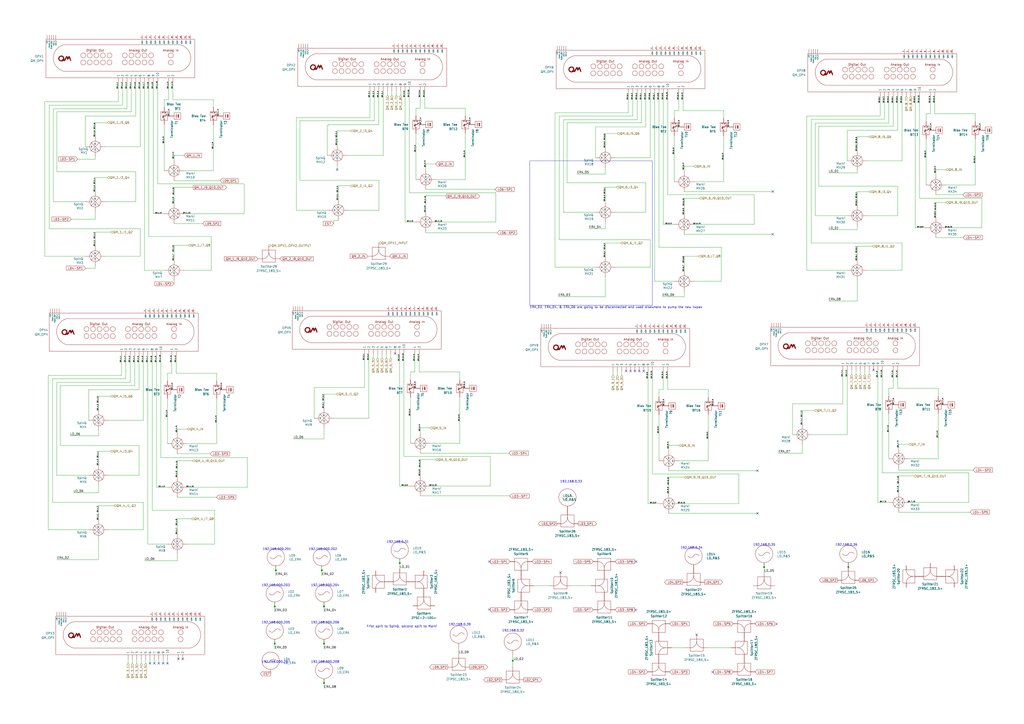
<source format=kicad_sch>
(kicad_sch (version 20230121) (generator eeschema)
  (paper "A2")
  (title_block (title "XLD Setup Q2 2023") (date "2023-06-14") (company "Technology Innovation Institute"))
  (junction (at 297.434 383.286))
  (junction (at 160.02 330.835))
  (junction (at 443.23 328.93))
  (junction (at 159.385 373.38))
  (junction (at 187.96 373.38))
  (junction (at 186.69 330.835))
  (junction (at 159.385 351.79))
  (junction (at 231.902 326.644))
  (junction (at 187.96 396.24))
  (junction (at 187.96 351.79))
  (junction (at 492.125 328.93))
  (no_connect (at 413.385 389.89))
  (no_connect (at 325.12 332.105))
  (no_connect (at 365.76 215.265))
  (no_connect (at 363.22 215.265))
  (no_connect (at 368.935 325.755))
  (no_connect (at 439.42 273.05))
  (no_connect (at 373.38 215.265))
  (no_connect (at 448.31 111.125))
  (no_connect (at 370.84 215.265))
  (no_connect (at 92.075 384.81))
  (no_connect (at 103.505 382.27))
  (no_connect (at 97.155 384.81))
  (no_connect (at 195.58 98.425))
  (no_connect (at 106.045 382.27))
  (no_connect (at 506.73 214.63))
  (no_connect (at 283.845 325.755))
  (no_connect (at 368.808 353.822))
  (no_connect (at 368.3 215.265))
  (no_connect (at 89.535 384.81))
  (no_connect (at 450.469 361.95))
  (no_connect (at 94.615 384.81))
  (no_connect (at 439.42 297.815))
  (no_connect (at 86.995 384.81))
  (no_connect (at 229.235 205.105))
  (no_connect (at 283.845 353.568))
  (no_connect (at 448.31 135.89))
  (no_connect (at 404.114 368.173))
  (wire (pts (xy 34.925 258.445) (xy 34.925 223.647)))
  (wire (pts (xy 102.87 321.437) (xy 102.87 325.247)))
  (wire (pts (xy 273.05 72.263) (xy 272.415 72.263)))
  (wire (pts (xy 451.485 262.89) (xy 465.455 262.89)))
  (wire (pts (xy 387.985 276.733) (xy 396.875 276.733)))
  (wire (pts (xy 90.805 206.375) (xy 90.805 282.702)))
  (wire (pts (xy 569.595 114.935) (xy 533.4 114.935)))
  (wire (pts (xy 520.7 75.565) (xy 520.7 55.88)))
  (wire (pts (xy 231.902 324.104) (xy 231.902 326.644)))
  (wire (pts (xy 98.425 67.31) (xy 97.79 67.31)))
  (wire (pts (xy 100.965 104.775) (xy 127.635 104.775)))
  (wire (pts (xy 244.475 72.263) (xy 243.84 72.263)))
  (wire (pts (xy 32.893 275.717) (xy 51.435 275.717)))
  (wire (pts (xy 287.655 128.778) (xy 287.655 111.76)))
  (wire (pts (xy 62.865 243.84) (xy 83.185 243.84)))
  (wire (pts (xy 414.02 235.458) (xy 413.385 235.458)))
  (wire (pts (xy 60.96 116.967) (xy 78.74 116.967)))
  (wire (pts (xy 562.737 297.053) (xy 562.737 297.18)))
  (wire (pts (xy 356.87 91.44) (xy 377.19 91.44)))
  (wire (pts (xy 57.15 313.182) (xy 57.15 324.612)))
  (wire (pts (xy 351.155 128.905) (xy 351.155 132.715)))
  (wire (pts (xy 186.69 328.295) (xy 186.69 330.835)))
  (wire (pts (xy 143.51 282.702) (xy 143.51 265.43)))
  (wire (pts (xy 357.505 108.585) (xy 351.155 108.585)))
  (wire (pts (xy 68.58 47.625) (xy 68.58 59.055)))
  (wire (pts (xy 295.656 287.782) (xy 295.656 287.655)))
  (wire (pts (xy 243.84 62.738) (xy 243.84 52.705)))
  (wire (pts (xy 542.925 126.365) (xy 542.925 117.475)))
  (wire (pts (xy 480.695 133.35) (xy 497.205 133.35)))
  (wire (pts (xy 55.245 127.127) (xy 55.245 122.682)))
  (wire (pts (xy 351.155 108.585) (xy 351.155 116.967)))
  (wire (pts (xy 83.185 307.34) (xy 83.185 291.465)))
  (wire (pts (xy 123.825 72.39) (xy 123.825 99.06)))
  (wire (pts (xy 470.535 140.97) (xy 470.535 69.215)))
  (wire (pts (xy 326.898 123.19) (xy 326.898 69.469)))
  (wire (pts (xy 26.035 148.59) (xy 49.53 148.59)))
  (wire (pts (xy 159.385 349.25) (xy 159.385 351.79)))
  (wire (pts (xy 97.79 57.785) (xy 97.79 47.625)))
  (wire (pts (xy 443.23 328.93) (xy 443.23 332.095)))
  (wire (pts (xy 122.555 137.16) (xy 86.36 137.16)))
  (wire (pts (xy 57.15 270.002) (xy 57.15 261.747)))
  (wire (pts (xy 266.065 375.666) (xy 266.065 379.349)))
  (wire (pts (xy 232.41 52.705) (xy 232.41 55.245)))
  (wire (pts (xy 241.3 62.738) (xy 243.84 62.738)))
  (wire (pts (xy 143.51 265.43) (xy 93.345 265.43)))
  (wire (pts (xy 141.605 123.952) (xy 141.605 106.68)))
  (wire (pts (xy 187.96 370.86) (xy 187.96 373.38)))
  (wire (pts (xy 182.245 242.57) (xy 182.245 224.79)))
  (wire (pts (xy 51.435 243.84) (xy 51.435 226.06)))
  (wire (pts (xy 345.44 91.44) (xy 345.44 73.66)))
  (wire (pts (xy 410.845 225.933) (xy 410.845 230.378)))
  (wire (pts (xy 224.155 205.105) (xy 224.155 207.645)))
  (wire (pts (xy 97.155 315.595) (xy 85.725 315.595)))
  (wire (pts (xy 520.7 225.298) (xy 544.195 225.298)))
  (wire (pts (xy 284.48 281.94) (xy 284.48 264.795)))
  (wire (pts (xy 195.58 75.946) (xy 195.58 84.455)))
  (wire (pts (xy 117.602 129.667) (xy 100.965 129.667)))
  (wire (pts (xy 108.585 315.595) (xy 124.46 315.595)))
  (wire (pts (xy 396.875 99.695) (xy 396.875 96.52)))
  (wire (pts (xy 518.795 234.823) (xy 518.16 234.823)))
  (wire (pts (xy 351.155 132.715) (xy 341.63 132.715)))
  (wire (pts (xy 396.875 96.52) (xy 402.59 96.52)))
  (wire (pts (xy 234.315 264.795) (xy 234.315 205.105)))
  (wire (pts (xy 201.93 121.92) (xy 219.837 121.92)))
  (wire (pts (xy 74.295 382.27) (xy 74.295 384.81)))
  (wire (pts (xy 171.958 68.199) (xy 214.63 68.199)))
  (wire (pts (xy 419.735 105.41) (xy 402.59 105.41)))
  (wire (pts (xy 49.53 85.09) (xy 49.53 67.31)))
  (wire (pts (xy 542.29 66.04) (xy 542.29 55.88)))
  (wire (pts (xy 387.985 261.62) (xy 387.985 258.318)))
  (wire (pts (xy 55.245 155.575) (xy 55.245 154.305)))
  (wire (pts (xy 57.15 229.87) (xy 57.15 238.125)))
  (wire (pts (xy 523.24 156.845) (xy 523.24 140.97)))
  (wire (pts (xy 246.38 62.738) (xy 269.875 62.738)))
  (wire (pts (xy 372.11 53.975) (xy 372.11 71.247)))
  (wire (pts (xy 470.535 69.215) (xy 513.08 69.215)))
  (wire (pts (xy 187.96 373.38) (xy 187.96 376.555)))
  (wire (pts (xy 382.27 230.378) (xy 382.27 225.933)))
  (wire (pts (xy 247.015 98.425) (xy 247.015 95.123)))
  (wire (pts (xy 247.015 135.001) (xy 288.417 135.001)))
  (wire (pts (xy 355.6 215.265) (xy 355.6 217.805)))
  (wire (pts (xy 224.79 52.705) (xy 224.79 55.245)))
  (wire (pts (xy 95.25 99.06) (xy 95.25 72.39)))
  (wire (pts (xy 561.975 274.32) (xy 511.81 274.32)))
  (wire (pts (xy 227.33 52.705) (xy 227.33 55.245)))
  (wire (pts (xy 513.08 55.88) (xy 513.08 69.215)))
  (wire (pts (xy 243.84 276.225) (xy 243.84 266.573)))
  (wire (pts (xy 71.12 47.625) (xy 71.12 60.96)))
  (wire (pts (xy 497.205 174.625) (xy 497.205 162.56)))
  (wire (pts (xy 32.893 275.717) (xy 32.893 221.869)))
  (wire (pts (xy 379.73 163.195) (xy 379.73 53.975)))
  (wire (pts (xy 351.155 149.225) (xy 351.155 140.97)))
  (wire (pts (xy 269.875 225.298) (xy 269.24 225.298)))
  (wire (pts (xy 55.245 111.252) (xy 55.245 102.997)))
  (wire (pts (xy 565.785 80.645) (xy 565.785 107.315)))
  (wire (pts (xy 70.485 206.375) (xy 70.485 217.805)))
  (wire (pts (xy 102.87 288.417) (xy 125.603 288.417)))
  (wire (pts (xy 27.94 307.34) (xy 51.435 307.34)))
  (wire (pts (xy 284.48 264.795) (xy 234.315 264.795)))
  (wire (pts (xy 540.385 75.565) (xy 539.75 75.565)))
  (wire (pts (xy 26.035 59.055) (xy 26.035 148.59)))
  (wire (pts (xy 402.59 130.175) (xy 437.515 130.175)))
  (wire (pts (xy 60.96 148.59) (xy 81.28 148.59)))
  (wire (pts (xy 102.87 263.271) (xy 121.92 263.271)))
  (wire (pts (xy 243.84 262.89) (xy 295.275 262.89)))
  (wire (pts (xy 410.464 375.793) (xy 424.053 375.793)))
  (wire (pts (xy 428.625 274.955) (xy 378.46 274.955)))
  (wire (pts (xy 297.815 383.286) (xy 297.434 383.286)))
  (wire (pts (xy 85.725 315.595) (xy 85.725 206.375)))
  (wire (pts (xy 247.015 109.855) (xy 287.147 109.855)))
  (wire (pts (xy 216.535 205.105) (xy 216.535 207.645)))
  (wire (pts (xy 527.05 291.465) (xy 561.975 291.465)))
  (wire (pts (xy 45.085 92.329) (xy 55.245 92.329)))
  (wire (pts (xy 51.435 226.06) (xy 80.645 226.06)))
  (wire (pts (xy 387.985 297.815) (xy 439.42 297.815)))
  (wire (pts (xy 92.075 382.27) (xy 92.075 384.81)))
  (wire (pts (xy 30.48 219.71) (xy 73.025 219.71)))
  (wire (pts (xy 238.125 257.175) (xy 238.125 230.378)))
  (wire (pts (xy 187.96 393.74) (xy 187.96 396.24)))
  (wire (pts (xy 187.96 351.79) (xy 187.96 354.965)))
  (wire (pts (xy 27.94 217.805) (xy 27.94 307.34)))
  (wire (pts (xy 537.21 132.08) (xy 530.86 132.08)))
  (wire (pts (xy 382.27 292.1) (xy 375.92 292.1)))
  (wire (pts (xy 266.7 215.773) (xy 266.7 220.218)))
  (wire (pts (xy 548.64 132.08) (xy 569.595 132.08)))
  (wire (pts (xy 55.245 142.875) (xy 55.245 134.62)))
  (wire (pts (xy 542.29 66.04) (xy 565.785 66.04)))
  (wire (pts (xy 497.205 100.33) (xy 497.205 99.06)))
  (wire (pts (xy 266.7 230.378) (xy 266.7 257.175)))
  (wire (pts (xy 102.235 216.535) (xy 102.235 206.375)))
  (wire (pts (xy 351.155 172.085) (xy 351.155 160.655)))
  (wire (pts (xy 219.71 72.39) (xy 219.71 52.705)))
  (wire (pts (xy 83.185 243.84) (xy 83.185 206.375)))
  (wire (pts (xy 384.175 172.085) (xy 396.875 172.085)))
  (wire (pts (xy 217.17 52.705) (xy 217.17 69.977)))
  (wire (pts (xy 396.24 64.135) (xy 396.24 53.975)))
  (wire (pts (xy 97.155 382.27) (xy 97.155 384.81)))
  (wire (pts (xy 55.245 92.329) (xy 55.245 90.805)))
  (wire (pts (xy 55.245 102.997) (xy 62.23 102.997)))
  (wire (pts (xy 509.27 214.63) (xy 509.27 291.465)))
  (wire (pts (xy 385.445 235.458) (xy 384.81 235.458)))
  (wire (pts (xy 100.33 57.785) (xy 100.33 47.625)))
  (wire (pts (xy 523.24 93.345) (xy 523.24 55.88)))
  (wire (pts (xy 467.995 67.31) (xy 467.995 156.845)))
  (wire (pts (xy 222.25 90.17) (xy 222.25 52.705)))
  (wire (pts (xy 81.915 382.27) (xy 81.915 384.81)))
  (wire (pts (xy 88.9 47.625) (xy 88.9 123.952)))
  (wire (pts (xy 393.7 292.1) (xy 428.625 292.1)))
  (wire (pts (xy 125.73 231.14) (xy 125.73 257.302)))
  (wire (pts (xy 243.84 248.158) (xy 249.555 248.158)))
  (wire (pts (xy 42.545 285.877) (xy 57.15 285.877)))
  (wire (pts (xy 141.605 106.68) (xy 91.44 106.68)))
  (wire (pts (xy 247.015 95.123) (xy 252.73 95.123)))
  (wire (pts (xy 76.835 382.27) (xy 76.835 384.81)))
  (wire (pts (xy 324.485 139.065) (xy 324.485 67.31)))
  (wire (pts (xy 467.995 156.845) (xy 491.49 156.845)))
  (wire (pts (xy 249.555 281.94) (xy 284.48 281.94)))
  (wire (pts (xy 241.3 128.778) (xy 234.95 128.778)))
  (wire (pts (xy 78.105 206.375) (xy 78.105 223.647)))
  (wire (pts (xy 97.155 216.535) (xy 99.695 216.535)))
  (wire (pts (xy 252.73 128.778) (xy 287.655 128.778)))
  (wire (pts (xy 521.335 272.669) (xy 521.335 271.78)))
  (wire (pts (xy 523.24 140.97) (xy 470.535 140.97)))
  (wire (pts (xy 89.535 382.27) (xy 89.535 384.81)))
  (wire (pts (xy 561.975 291.465) (xy 561.975 274.32)))
  (wire (pts (xy 41.275 127.127) (xy 55.245 127.127)))
  (wire (pts (xy 502.92 125.095) (xy 520.7 125.095)))
  (wire (pts (xy 55.245 71.12) (xy 55.245 79.375)))
  (wire (pts (xy 86.995 382.27) (xy 86.995 384.81)))
  (wire (pts (xy 102.87 300.99) (xy 111.125 300.99)))
  (wire (pts (xy 474.98 73.152) (xy 518.16 73.152)))
  (wire (pts (xy 396.875 157.48) (xy 396.875 148.59)))
  (wire (pts (xy 238.125 215.773) (xy 240.665 215.773)))
  (wire (pts (xy 418.465 143.51) (xy 382.27 143.51)))
  (wire (pts (xy 384.81 53.975) (xy 384.81 130.175)))
  (wire (pts (xy 515.62 229.743) (xy 515.62 225.298)))
  (wire (pts (xy 247.015 123.063) (xy 247.015 113.538)))
  (wire (pts (xy 57.15 252.857) (xy 57.15 249.555)))
  (wire (pts (xy 558.546 113.03) (xy 542.925 113.03)))
  (wire (pts (xy 374.65 73.66) (xy 374.65 53.975)))
  (wire (pts (xy 387.985 273.05) (xy 439.42 273.05)))
  (wire (pts (xy 387.985 258.318) (xy 393.7 258.318)))
  (wire (pts (xy 186.69 330.835) (xy 186.69 334.01)))
  (wire (pts (xy 568.96 75.565) (xy 568.325 75.565)))
  (wire (pts (xy 73.66 47.625) (xy 73.66 63.119)))
  (wire (pts (xy 396.875 111.125) (xy 448.31 111.125)))
  (wire (pts (xy 193.548 127.889) (xy 196.215 127.889)))
  (wire (pts (xy 331.47 339.725) (xy 342.9 339.725)))
  (wire (pts (xy 247.015 113.538) (xy 258.826 113.538)))
  (wire (pts (xy 102.87 267.335) (xy 111.76 267.335)))
  (wire (pts (xy 351.155 77.47) (xy 358.14 77.47)))
  (wire (pts (xy 515.62 291.465) (xy 509.27 291.465)))
  (wire (pts (xy 345.44 73.66) (xy 374.65 73.66)))
  (wire (pts (xy 99.695 216.535) (xy 99.695 206.375)))
  (wire (pts (xy 100.965 108.585) (xy 112.014 108.585)))
  (wire (pts (xy 28.575 132.715) (xy 28.575 60.96)))
  (wire (pts (xy 520.7 107.95) (xy 474.98 107.95)))
  (wire (pts (xy 323.85 172.085) (xy 351.155 172.085)))
  (wire (pts (xy 173.99 104.521) (xy 173.99 69.977)))
  (wire (pts (xy 80.645 226.06) (xy 80.645 206.375)))
  (wire (pts (xy 396.875 172.085) (xy 396.875 168.91)))
  (wire (pts (xy 160.02 328.295) (xy 160.02 330.835)))
  (wire (pts (xy 389.763 375.793) (xy 397.764 375.793)))
  (wire (pts (xy 91.44 106.68) (xy 91.44 47.625)))
  (wire (pts (xy 521.335 276.098) (xy 530.225 276.098)))
  (wire (pts (xy 378.46 274.955) (xy 378.46 215.265)))
  (wire (pts (xy 422.91 73.66) (xy 422.275 73.66)))
  (wire (pts (xy 521.335 260.35) (xy 521.335 257.683)))
  (wire (pts (xy 97.155 220.98) (xy 97.155 216.535)))
  (wire (pts (xy 106.68 156.845) (xy 122.555 156.845)))
  (wire (pts (xy 393.7 64.135) (xy 393.7 53.975)))
  (wire (pts (xy 377.19 154.94) (xy 377.19 139.065)))
  (wire (pts (xy 45.085 92.202) (xy 45.085 92.329)))
  (wire (pts (xy 374.65 123.19) (xy 374.65 106.045)))
  (wire (pts (xy 491.49 252.095) (xy 491.49 214.63)))
  (wire (pts (xy 28.575 60.96) (xy 71.12 60.96)))
  (wire (pts (xy 544.195 266.065) (xy 527.05 266.065)))
  (wire (pts (xy 100.965 162.56) (xy 100.965 164.592)))
  (wire (pts (xy 297.434 379.857) (xy 297.434 383.286)))
  (wire (pts (xy 396.875 148.59) (xy 405.13 148.59)))
  (wire (pts (xy 502.92 156.845) (xy 523.24 156.845)))
  (wire (pts (xy 334.645 100.965) (xy 351.155 100.965)))
  (wire (pts (xy 497.205 79.375) (xy 504.19 79.375)))
  (wire (pts (xy 196.215 116.205) (xy 196.215 107.823)))
  (wire (pts (xy 73.025 206.375) (xy 73.025 219.71)))
  (wire (pts (xy 387.35 113.03) (xy 387.35 53.975)))
  (wire (pts (xy 510.54 55.88) (xy 510.54 67.31)))
  (wire (pts (xy 189.865 72.771) (xy 190.5 72.771)))
  (wire (pts (xy 171.958 121.92) (xy 171.958 68.199)))
  (wire (pts (xy 246.38 62.738) (xy 246.38 52.705)))
  (wire (pts (xy 428.625 292.1) (xy 428.625 274.955)))
  (wire (pts (xy 565.785 66.04) (xy 565.785 70.485)))
  (wire (pts (xy 515.62 225.298) (xy 518.16 225.298)))
  (wire (pts (xy 321.945 65.405) (xy 321.945 154.94)))
  (wire (pts (xy 102.87 248.92) (xy 108.585 248.92)))
  (wire (pts (xy 326.898 123.19) (xy 345.44 123.19)))
  (wire (pts (xy 351.155 77.47) (xy 351.155 85.725)))
  (wire (pts (xy 106.68 123.952) (xy 141.605 123.952)))
  (wire (pts (xy 40.64 252.857) (xy 57.15 252.857)))
  (wire (pts (xy 497.205 151.13) (xy 497.205 142.875)))
  (wire (pts (xy 219.837 121.92) (xy 219.837 104.521)))
  (wire (pts (xy 201.295 90.17) (xy 222.25 90.17)))
  (wire (pts (xy 326.898 69.469) (xy 369.57 69.469)))
  (wire (pts (xy 418.465 163.195) (xy 418.465 143.51)))
  (wire (pts (xy 360.68 215.265) (xy 360.68 217.805)))
  (wire (pts (xy 471.17 252.095) (xy 491.49 252.095)))
  (wire (pts (xy 57.15 229.87) (xy 64.135 229.87)))
  (wire (pts (xy 95.25 156.845) (xy 83.82 156.845)))
  (wire (pts (xy 195.58 98.425) (xy 195.58 95.885)))
  (wire (pts (xy 125.73 257.302) (xy 108.585 257.302)))
  (wire (pts (xy 520.7 225.298) (xy 520.7 214.63)))
  (wire (pts (xy 480.695 100.33) (xy 497.205 100.33)))
  (wire (pts (xy 472.948 125.095) (xy 491.49 125.095)))
  (wire (pts (xy 125.73 216.535) (xy 125.73 220.98)))
  (wire (pts (xy 258.826 113.792) (xy 258.826 113.538)))
  (wire (pts (xy 374.65 106.045) (xy 328.93 106.045)))
  (wire (pts (xy 569.595 132.08) (xy 569.595 114.935)))
  (wire (pts (xy 391.16 68.58) (xy 391.16 64.135)))
  (wire (pts (xy 189.865 72.771) (xy 189.865 90.17)))
  (wire (pts (xy 243.84 287.655) (xy 295.656 287.655)))
  (wire (pts (xy 328.93 71.247) (xy 372.11 71.247)))
  (wire (pts (xy 243.84 266.573) (xy 252.73 266.573)))
  (wire (pts (xy 33.02 324.612) (xy 57.15 324.612)))
  (wire (pts (xy 410.845 267.335) (xy 393.7 267.335)))
  (wire (pts (xy 419.735 78.74) (xy 419.735 105.41)))
  (wire (pts (xy 34.925 223.647) (xy 78.105 223.647)))
  (wire (pts (xy 510.54 67.31) (xy 467.995 67.31)))
  (wire (pts (xy 384.81 225.933) (xy 384.81 215.265)))
  (wire (pts (xy 238.125 281.94) (xy 231.775 281.94)))
  (wire (pts (xy 537.21 66.04) (xy 539.75 66.04)))
  (wire (pts (xy 124.46 295.91) (xy 88.265 295.91)))
  (wire (pts (xy 396.875 135.89) (xy 448.31 135.89)))
  (wire (pts (xy 81.28 85.09) (xy 81.28 47.625)))
  (wire (pts (xy 488.95 234.315) (xy 488.95 214.63)))
  (wire (pts (xy 410.845 240.538) (xy 410.845 267.335)))
  (wire (pts (xy 369.57 53.975) (xy 369.57 69.469)))
  (wire (pts (xy 518.16 55.88) (xy 518.16 73.152)))
  (wire (pts (xy 387.35 225.933) (xy 410.845 225.933)))
  (wire (pts (xy 402.59 163.195) (xy 418.465 163.195)))
  (wire (pts (xy 60.96 85.09) (xy 81.28 85.09)))
  (wire (pts (xy 102.235 216.535) (xy 125.73 216.535)))
  (wire (pts (xy 515.62 55.88) (xy 515.62 71.374)))
  (wire (pts (xy 497.205 133.35) (xy 497.205 130.81)))
  (wire (pts (xy 57.15 293.37) (xy 66.04 293.37)))
  (wire (pts (xy 102.87 263.017) (xy 102.87 263.271)))
  (wire (pts (xy 377.19 91.44) (xy 377.19 53.975)))
  (wire (pts (xy 328.93 106.045) (xy 328.93 71.247)))
  (wire (pts (xy 530.86 55.88) (xy 530.86 132.08)))
  (wire (pts (xy 187.96 228.6) (xy 194.945 228.6)))
  (wire (pts (xy 30.988 116.967) (xy 49.53 116.967)))
  (wire (pts (xy 391.16 105.41) (xy 391.16 78.74)))
  (wire (pts (xy 437.515 113.03) (xy 387.35 113.03)))
  (wire (pts (xy 57.15 261.747) (xy 64.135 261.747)))
  (wire (pts (xy 211.455 224.79) (xy 211.455 205.105)))
  (wire (pts (xy 49.53 67.31) (xy 78.74 67.31)))
  (wire (pts (xy 558.673 137.795) (xy 542.925 137.795)))
  (wire (pts (xy 494.03 214.63) (xy 494.03 217.17)))
  (wire (pts (xy 542.925 98.425) (xy 548.64 98.425)))
  (wire (pts (xy 497.205 79.375) (xy 497.205 87.63)))
  (wire (pts (xy 190.5 72.771) (xy 190.5 72.39)))
  (wire (pts (xy 465.455 238.125) (xy 465.455 246.38)))
  (wire (pts (xy 75.565 206.375) (xy 75.565 221.869)))
  (wire (pts (xy 102.87 251.587) (xy 102.87 248.92)))
  (wire (pts (xy 266.7 257.175) (xy 249.555 257.175)))
  (wire (pts (xy 102.87 276.987) (xy 102.87 267.335)))
  (wire (pts (xy 269.875 62.738) (xy 269.875 67.183)))
  (wire (pts (xy 196.215 127.889) (xy 196.215 127.635)))
  (wire (pts (xy 547.37 234.823) (xy 546.735 234.823)))
  (wire (pts (xy 521.335 285.75) (xy 521.335 276.098)))
  (wire (pts (xy 55.245 71.12) (xy 62.23 71.12)))
  (wire (pts (xy 231.902 326.644) (xy 231.902 329.819)))
  (wire (pts (xy 100.965 93.345) (xy 100.965 90.17)))
  (wire (pts (xy 171.958 121.92) (xy 190.5 121.92)))
  (wire (pts (xy 80.645 275.717) (xy 80.645 258.445)))
  (wire (pts (xy 112.014 108.712) (xy 112.014 108.585)))
  (wire (pts (xy 309.88 339.725) (xy 318.77 339.725)))
  (wire (pts (xy 502.92 93.345) (xy 523.24 93.345)))
  (wire (pts (xy 520.7 125.095) (xy 520.7 107.95)))
  (wire (pts (xy 160.02 330.835) (xy 160.02 334.01)))
  (wire (pts (xy 240.665 215.773) (xy 240.665 205.105)))
  (wire (pts (xy 419.735 64.135) (xy 419.735 68.58)))
  (wire (pts (xy 195.58 75.946) (xy 203.327 75.946)))
  (wire (pts (xy 241.3 225.298) (xy 240.665 225.298)))
  (wire (pts (xy 358.14 215.265) (xy 358.14 217.805)))
  (wire (pts (xy 243.84 251.46) (xy 243.84 248.158)))
  (wire (pts (xy 219.837 104.521) (xy 173.99 104.521)))
  (wire (pts (xy 182.245 224.79) (xy 211.455 224.79)))
  (wire (pts (xy 187.96 396.24) (xy 187.96 399.415)))
  (wire (pts (xy 396.875 124.46) (xy 396.875 114.935)))
  (wire (pts (xy 377.19 139.065) (xy 324.485 139.065)))
  (wire (pts (xy 542.925 101.6) (xy 542.925 98.425)))
  (wire (pts (xy 243.205 215.773) (xy 266.7 215.773)))
  (wire (pts (xy 542.925 117.475) (xy 548.64 117.475)))
  (wire (pts (xy 80.645 258.445) (xy 34.925 258.445)))
  (wire (pts (xy 497.205 111.252) (xy 504.19 111.252)))
  (wire (pts (xy 492.125 326.39) (xy 492.125 328.93)))
  (wire (pts (xy 297.434 383.286) (xy 297.434 386.715)))
  (wire (pts (xy 100.33 226.06) (xy 99.695 226.06)))
  (wire (pts (xy 443.23 326.39) (xy 443.23 328.93)))
  (wire (pts (xy 521.335 272.669) (xy 564.515 272.669)))
  (wire (pts (xy 437.515 130.175) (xy 437.515 113.03)))
  (wire (pts (xy 537.21 70.485) (xy 537.21 66.04)))
  (wire (pts (xy 497.205 119.38) (xy 497.205 111.252)))
  (wire (pts (xy 93.345 265.43) (xy 93.345 206.375)))
  (wire (pts (xy 382.27 225.933) (xy 384.81 225.933)))
  (wire (pts (xy 193.548 129.667) (xy 193.548 127.889)))
  (wire (pts (xy 544.195 239.903) (xy 544.195 266.065)))
  (wire (pts (xy 83.82 325.247) (xy 102.87 325.247)))
  (wire (pts (xy 396.875 114.935) (xy 405.765 114.935)))
  (wire (pts (xy 226.695 205.105) (xy 226.695 207.645)))
  (wire (pts (xy 81.28 132.715) (xy 28.575 132.715)))
  (wire (pts (xy 539.75 66.04) (xy 539.75 55.88)))
  (wire (pts (xy 459.74 234.315) (xy 488.95 234.315)))
  (wire (pts (xy 375.92 215.265) (xy 375.92 292.1)))
  (wire (pts (xy 33.02 99.695) (xy 33.02 64.897)))
  (wire (pts (xy 83.82 156.845) (xy 83.82 47.625)))
  (wire (pts (xy 97.155 257.302) (xy 97.155 231.14)))
  (wire (pts (xy 173.99 69.977) (xy 217.17 69.977)))
  (wire (pts (xy 100.965 90.17) (xy 106.68 90.17)))
  (wire (pts (xy 231.775 205.105) (xy 231.775 281.94)))
  (wire (pts (xy 62.865 307.34) (xy 83.185 307.34)))
  (wire (pts (xy 364.49 53.975) (xy 364.49 65.405)))
  (wire (pts (xy 237.49 111.76) (xy 237.49 52.705)))
  (wire (pts (xy 55.245 134.62) (xy 64.135 134.62)))
  (wire (pts (xy 562.737 297.18) (xy 521.335 297.18)))
  (wire (pts (xy 391.16 163.195) (xy 379.73 163.195)))
  (wire (pts (xy 391.16 64.135) (xy 393.7 64.135)))
  (wire (pts (xy 68.58 59.055) (xy 26.035 59.055)))
  (wire (pts (xy 100.965 151.13) (xy 100.965 142.24)))
  (wire (pts (xy 533.4 114.935) (xy 533.4 55.88)))
  (wire (pts (xy 391.16 130.175) (xy 384.81 130.175)))
  (wire (pts (xy 496.57 214.63) (xy 496.57 217.17)))
  (wire (pts (xy 472.948 125.095) (xy 472.948 71.374)))
  (wire (pts (xy 190.5 72.39) (xy 219.71 72.39)))
  (wire (pts (xy 213.995 242.57) (xy 213.995 205.105)))
  (wire (pts (xy 521.335 257.683) (xy 527.05 257.683)))
  (wire (pts (xy 108.585 282.702) (xy 143.51 282.702)))
  (wire (pts (xy 187.96 349.25) (xy 187.96 351.79)))
  (wire (pts (xy 97.155 282.702) (xy 90.805 282.702)))
  (wire (pts (xy 351.155 140.97) (xy 360.045 140.97)))
  (wire (pts (xy 511.81 274.32) (xy 511.81 214.63)))
  (wire (pts (xy 544.195 225.298) (xy 544.195 229.743)))
  (wire (pts (xy 49.657 155.575) (xy 55.245 155.575)))
  (wire (pts (xy 243.205 215.773) (xy 243.205 205.105)))
  (wire (pts (xy 459.74 252.095) (xy 459.74 234.315)))
  (wire (pts (xy 123.825 57.785) (xy 123.825 62.23)))
  (wire (pts (xy 79.375 382.27) (xy 79.375 384.81)))
  (wire (pts (xy 95.25 123.952) (xy 88.9 123.952)))
  (wire (pts (xy 351.155 100.965) (xy 351.155 97.155)))
  (wire (pts (xy 100.965 142.24) (xy 109.22 142.24)))
  (wire (pts (xy 241.3 104.14) (xy 241.3 77.343)))
  (wire (pts (xy 238.125 220.218) (xy 238.125 215.773)))
  (wire (pts (xy 518.16 225.298) (xy 518.16 214.63)))
  (wire (pts (xy 30.988 63.119) (xy 73.66 63.119)))
  (wire (pts (xy 269.875 104.14) (xy 252.73 104.14)))
  (wire (pts (xy 364.49 65.405) (xy 321.945 65.405)))
  (wire (pts (xy 537.21 107.315) (xy 537.21 80.645)))
  (wire (pts (xy 76.2 47.625) (xy 76.2 64.897)))
  (wire (pts (xy 159.385 370.85) (xy 159.385 373.38)))
  (wire (pts (xy 501.65 214.63) (xy 501.65 217.17)))
  (wire (pts (xy 78.74 99.695) (xy 33.02 99.695)))
  (wire (pts (xy 387.35 225.933) (xy 387.35 215.265)))
  (wire (pts (xy 382.27 143.51) (xy 382.27 53.975)))
  (wire (pts (xy 396.24 64.135) (xy 419.735 64.135)))
  (wire (pts (xy 159.385 351.79) (xy 159.385 354.965)))
  (wire (pts (xy 234.95 52.705) (xy 234.95 128.778)))
  (wire (pts (xy 499.11 214.63) (xy 499.11 217.17)))
  (wire (pts (xy 94.615 382.27) (xy 94.615 384.81)))
  (wire (pts (xy 565.785 107.315) (xy 548.64 107.315)))
  (wire (pts (xy 193.675 242.57) (xy 213.995 242.57)))
  (wire (pts (xy 187.96 228.6) (xy 187.96 236.855)))
  (wire (pts (xy 102.87 309.88) (xy 102.87 300.99)))
  (wire (pts (xy 474.98 107.95) (xy 474.98 73.152)))
  (wire (pts (xy 170.18 254.635) (xy 187.96 254.635)))
  (wire (pts (xy 123.825 99.06) (xy 106.68 99.06)))
  (wire (pts (xy 30.988 116.967) (xy 30.988 63.119)))
  (wire (pts (xy 81.28 148.59) (xy 81.28 132.715)))
  (wire (pts (xy 229.87 52.705) (xy 229.87 55.245)))
  (wire (pts (xy 78.74 116.967) (xy 78.74 99.695)))
  (wire (pts (xy 269.875 77.343) (xy 269.875 104.14)))
  (wire (pts (xy 100.965 118.237) (xy 100.965 108.585)))
  (wire (pts (xy 472.948 71.374) (xy 515.62 71.374)))
  (wire (pts (xy 247.015 135.001) (xy 247.015 134.493)))
  (wire (pts (xy 287.655 111.76) (xy 237.49 111.76)))
  (wire (pts (xy 196.215 107.823) (xy 203.327 107.823)))
  (wire (pts (xy 187.96 254.635) (xy 187.96 248.285)))
  (wire (pts (xy 394.335 73.66) (xy 393.7 73.66)))
  (wire (pts (xy 57.15 301.625) (xy 57.15 293.37)))
  (wire (pts (xy 78.74 67.31) (xy 78.74 47.625)))
  (wire (pts (xy 504.19 214.63) (xy 504.19 217.17)))
  (wire (pts (xy 214.63 52.705) (xy 214.63 68.199)))
  (wire (pts (xy 83.185 291.465) (xy 30.48 291.465)))
  (wire (pts (xy 95.25 57.785) (xy 97.79 57.785)))
  (wire (pts (xy 30.48 291.465) (xy 30.48 219.71)))
  (wire (pts (xy 84.455 382.27) (xy 84.455 384.81)))
  (wire (pts (xy 33.02 64.897) (xy 76.2 64.897)))
  (wire (pts (xy 324.485 67.31) (xy 367.03 67.31)))
  (wire (pts (xy 159.385 373.38) (xy 159.385 376.555)))
  (wire (pts (xy 57.15 285.877) (xy 57.15 281.432)))
  (wire (pts (xy 86.36 137.16) (xy 86.36 47.625)))
  (wire (pts (xy 127 67.31) (xy 126.365 67.31)))
  (wire (pts (xy 382.27 267.335) (xy 382.27 240.538)))
  (wire (pts (xy 367.03 53.975) (xy 367.03 67.31)))
  (wire (pts (xy 465.455 238.125) (xy 472.44 238.125)))
  (wire (pts (xy 480.695 174.625) (xy 497.205 174.625)))
  (wire (pts (xy 124.46 315.595) (xy 124.46 295.91)))
  (wire (pts (xy 128.905 226.06) (xy 128.27 226.06)))
  (wire (pts (xy 356.87 123.19) (xy 374.65 123.19)))
  (wire (pts (xy 321.945 154.94) (xy 345.44 154.94)))
  (wire (pts (xy 515.62 266.065) (xy 515.62 239.903)))
  (wire (pts (xy 356.87 154.94) (xy 377.19 154.94)))
  (wire (pts (xy 491.49 93.345) (xy 491.49 75.565)))
  (wire (pts (xy 62.865 275.717) (xy 80.645 275.717)))
  (wire (pts (xy 465.455 262.89) (xy 465.455 257.81)))
  (wire (pts (xy 241.3 67.183) (xy 241.3 62.738)))
  (wire (pts (xy 88.265 295.91) (xy 88.265 206.375)))
  (wire (pts (xy 491.49 75.565) (xy 520.7 75.565)))
  (wire (pts (xy 32.893 221.869) (xy 75.565 221.869)))
  (wire (pts (xy 387.985 286.385) (xy 387.985 276.733)))
  (wire (pts (xy 122.555 156.845) (xy 122.555 137.16)))
  (wire (pts (xy 100.33 57.785) (xy 123.825 57.785)))
  (wire (pts (xy 221.615 205.105) (xy 221.615 207.645)))
  (wire (pts (xy 95.25 62.23) (xy 95.25 57.785)))
  (wire (pts (xy 70.485 217.805) (xy 27.94 217.805)))
  (wire (pts (xy 219.075 205.105) (xy 219.075 207.645)))
  (wire (pts (xy 497.205 142.875) (xy 506.095 142.875)))
  (rectangle (start 307.34 93.345) (end 378.46 177.165))
  (text "192.168.000.208" (at 180.34 384.81 0) (effects (font (size 1.27 1.27)) (justify left bottom)))
  (text "192.168.0.39" (at 260.223 363.093 0) (effects (font (size 1.27 1.27)) (justify left bottom)))
  (text "192.168.0.34" (at 394.716 318.643 0) (effects (font (size 1.27 1.27)) (justify left bottom)))
  (text "192.168.000.203" (at 151.765 340.36 0) (effects (font (size 1.27 1.27)) (justify left bottom)))
  (text "192.168.000.201" (at 152.4 319.405 0) (effects (font (size 1.27 1.27)) (justify left bottom)))
  (text "192.168.0.35" (at 436.88 316.865 0) (effects (font (size 1.27 1.27)) (justify left bottom)))
  (text "192.168.000.206" (at 180.34 361.95 0) (effects (font (size 1.27 1.27)) (justify left bottom)))
  (text "192.168.0.33" (at 324.866 280.162 0) (effects (font (size 1.27 1.27)) (justify left bottom)))
  (text "192.168.0.32" (at 291.211 366.649 0) (effects (font (size 1.27 1.27)) (justify left bottom)))
  (text "192.168.000.202" (at 179.07 319.405 0) (effects (font (size 1.27 1.27)) (justify left bottom)))
  (text "192.168.000.207" (at 151.765 384.81 0) (effects (font (size 1.27 1.27)) (justify left bottom)))
  (text "192.168.0.36" (at 484.505 316.865 0) (effects (font (size 1.27 1.27)) (justify left bottom)))
  (text "Frist split to SpinQ, second split to Marki\n" (at 212.598 364.236 0) (effects (font (size 1.27 1.27)) (justify left bottom)))
  (text "192.168.000.204" (at 180.34 340.36 0) (effects (font (size 1.27 1.27)) (justify left bottom)))
  (text "192.168.000.205" (at 151.765 361.95 0) (effects (font (size 1.27 1.27)) (justify left bottom)))
  (text "192.168.0.31" (at 224.282 315.214 0) (effects (font (size 1.27 1.27)) (justify left bottom)))
  (text "ERA_03, ERA_04, & ERA_06 are going to be disconnected and used elsewhere to pump the new twpas" (at 307.34 179.07 0) (effects (font (size 1.27 1.27)) (justify left bottom)))
  (label "QM_6_10" (at 397.002 114.935 270) (effects (font (size 0.64 0.64))))
  (label "QM_2_IN" (at 241.3 88.138 90) (effects (font (size 0.64 0.64))))
  (label "QM_1_IN" (at 95.25 83.185 90) (effects (font (size 0.64 0.64))))
  (label "QM_5_IN" (at 241.3 225.298 90) (effects (font (size 0.64 0.64))))
  (label "QM_9_IN" (at 382.27 251.333 90) (effects (font (size 0.64 0.64))))
  (label "QM_4_IN" (at 125.73 245.11 90) (effects (font (size 0.64 0.64))))
  (label "QM_8_IN" (at 565.785 94.615 90) (effects (font (size 0.64 0.64))))
  (label "QM_4_10" (at 102.997 267.335 270) (effects (font (size 0.64 0.64))))
  (label "QM_4_7" (at 85.725 210.185 90) (effects (font (size 0.64 0.64))))
  (label "QM_8_9" (at 542.925 122.555 270) (effects (font (size 0.64 0.64))))
  (label "QM_4_IN" (at 102.235 210.185 90) (effects (font (size 0.64 0.64))))
  (label "QM_2_IN" (at 273.05 72.263 90) (effects (font (size 0.64 0.64))))
  (label "QM_6_8" (at 382.27 57.785 90) (effects (font (size 0.64 0.64))))
  (label "QM_5_9" (at 243.84 272.288 270) (effects (font (size 0.64 0.64))))
  (label "QM_7_9" (at 521.335 281.813 270) (effects (font (size 0.64 0.64))))
  (label "QM_7_10" (at 511.81 218.948 90) (effects (font (size 0.64 0.64))))
  (label "QM_4_IN" (at 128.905 226.06 90) (effects (font (size 0.64 0.64))))
  (label "QM_7_IN" (at 547.37 234.823 90) (effects (font (size 0.64 0.64))))
  (label "QM_1_10" (at 110.49 123.952 180) (effects (font (size 0.64 0.64))))
  (label "QM_9_10" (at 397.51 292.1 180) (effects (font (size 0.64 0.64))))
  (label "QM_4_IN" (at 102.87 250.825 90) (effects (font (size 0.64 0.64))))
  (label "QM_6_8" (at 396.875 152.4 90) (effects (font (size 0.64 0.64))))
  (label "QM_7_2" (at 465.455 241.935 90) (effects (font (size 0.64 0.64))))
  (label "QM_5_IN" (at 269.875 225.298 90) (effects (font (size 0.64 0.64))))
  (label "ERA_02" (at 33.02 324.612 0))
  (label "QM_5_9" (at 231.775 209.423 90) (effects (font (size 0.64 0.64))))
  (label "QM_8_6" (at 497.205 83.185 90) (effects (font (size 0.64 0.64))))
  (label "QM_8_10" (at 533.4 59.69 90) (effects (font (size 0.64 0.64))))
  (label "ERA_03" (at 323.85 172.085 0))
  (label "QM_7_IN" (at 544.195 253.873 90) (effects (font (size 0.64 0.64))))
  (label "QM_4_IN" (at 100.33 226.06 90) (effects (font (size 0.64 0.64))))
  (label "QM_4_8" (at 88.265 210.185 90) (effects (font (size 0.64 0.64))))
  (label "ERA_02" (at 186.69 334.01 0))
  (label "QM_7_IN" (at 518.16 218.948 90) (effects (font (size 0.64 0.64))))
  (label "QM_8_9" (at 535.686 132.08 180) (effects (font (size 0.64 0.64))))
  (label "QM_5_1" (at 187.96 236.855 90) (effects (font (size 0.64 0.64))))
  (label "LO_01" (at 480.695 100.33 0))
  (label "QM_6_IN" (at 419.735 92.71 90) (effects (font (size 0.64 0.64))))
  (label "ERA_06" (at 384.175 172.085 0))
  (label "QM_1_1" (at 68.58 51.435 90) (effects (font (size 0.64 0.64))))
  (label "QM_4_2" (at 57.15 297.18 90) (effects (font (size 0.64 0.64))))
  (label "QM_4_5" (at 57.15 238.125 90) (effects (font (size 0.64 0.64))))
  (label "QM_1_1" (at 55.245 142.875 90) (effects (font (size 0.64 0.64))))
  (label "QM_5_10" (at 253.365 281.94 180) (effects (font (size 0.64 0.64))))
  (label "QM_4_9" (at 95.631 282.702 180) (effects (font (size 0.64 0.64))))
  (label "QM_8_5" (at 497.205 87.63 90) (effects (font (size 0.64 0.64))))
  (label "LO_06" (at 40.64 252.857 0))
  (label "QM_1_9" (at 100.965 114.3 270) (effects (font (size 0.64 0.64))))
  (label "QM_7_IN" (at 515.62 250.698 90) (effects (font (size 0.64 0.64))))
  (label "QM_4_IN" (at 99.695 210.185 90) (effects (font (size 0.64 0.64))))
  (label "QM_2_10" (at 237.49 56.388 90) (effects (font (size 0.64 0.64))))
  (label "QM_4_6" (at 57.15 233.68 90) (effects (font (size 0.64 0.64))))
  (label "QM_7_IN" (at 521.335 259.588 90) (effects (font (size 0.64 0.64))))
  (label "QM_7_IN" (at 518.795 234.823 90) (effects (font (size 0.64 0.64))))
  (label "QM_6_9" (at 389.636 130.175 180) (effects (font (size 0.64 0.64))))
  (label "ERA_08" (at 187.96 399.415 0))
  (label "QM_5_2" (at 213.995 208.915 90) (effects (font (size 0.64 0.64))))
  (label "QM_4_10" (at 93.345 210.185 90) (effects (font (size 0.64 0.64))))
  (label "QM_4_3" (at 57.15 270.002 90) (effects (font (size 0.64 0.64))))
  (label "QM_5_IN" (at 266.7 244.348 90) (effects (font (size 0.64 0.64))))
  (label "LO_01" (at 480.695 133.35 0))
  (label "QM_8_6" (at 523.24 59.69 90) (effects (font (size 0.64 0.64))))
  (label "QM_1_4" (at 76.2 51.435 90) (effects (font (size 0.64 0.64))))
  (label "QM_6_3" (at 369.57 57.785 90) (effects (font (size 0.64 0.64))))
  (label "QM_1_IN" (at 97.79 51.435 90) (effects (font (size 0.64 0.64))))
  (label "QM_8_9" (at 530.86 59.69 90) (effects (font (size 0.64 0.64))))
  (label "QM_6_9" (at 396.875 120.65 270) (effects (font (size 0.64 0.64))))
  (label "QM_4_9" (at 90.805 210.185 90) (effects (font (size 0.64 0.64))))
  (label "ERA_04" (at 341.63 132.715 0))
  (label "QM_8_1" (at 510.54 59.69 90) (effects (font (size 0.64 0.64))))
  (label "QM_2_10" (at 247.142 113.538 270) (effects (font (size 0.64 0.64))))
  (label "QM_4_1" (at 57.15 301.625 90) (effects (font (size 0.64 0.64))))
  (label "QM_9_IN" (at 384.81 219.583 90) (effects (font (size 0.64 0.64))))
  (label "QM_6_10" (at 406.4 130.175 180) (effects (font (size 0.64 0.64))))
  (label "QM_7_1" (at 488.95 218.44 90) (effects (font (size 0.64 0.64))))
  (label "QM_4_10" (at 112.395 282.702 180) (effects (font (size 0.64 0.64))))
  (label "QM_1_IN" (at 127 67.31 90) (effects (font (size 0.64 0.64))))
  (label "QM_7_2" (at 491.49 218.44 90) (effects (font (size 0.64 0.64))))
  (label "QM_6_IN" (at 393.7 57.785 90) (effects (font (size 0.64 0.64))))
  (label "QM_6_1" (at 351.155 149.225 90) (effects (font (size 0.64 0.64))))
  (label "QM_4_IN" (at 568.96 75.565 90) (effects (font (size 0.64 0.64))))
  (label "QM_7_10" (at 521.462 276.098 270) (effects (font (size 0.64 0.64))))
  (label "QM_2_2" (at 196.215 111.633 90) (effects (font (size 0.64 0.64))))
  (label "QM_8_3" (at 497.205 119.38 90) (effects (font (size 0.64 0.64))))
  (label "QM_1_IN" (at 100.965 92.075 90) (effects (font (size 0.64 0.64))))
  (label "QM_2_IN" (at 269.875 91.313 90) (effects (font (size 0.64 0.64))))
  (label "QM_1_8" (at 86.36 51.435 90) (effects (font (size 0.64 0.64))))
  (label "QM_6_2" (at 367.03 57.785 90) (effects (font (size 0.64 0.64))))
  (label "QM_4_7" (at 102.87 309.88 90) (effects (font (size 0.64 0.64))))
  (label "LO_05" (at 443.23 332.095 0))
  (label "QM_4_5" (at 80.645 210.185 90) (effects (font (size 0.64 0.64))))
  (label "LO_06" (at 170.18 254.635 0))
  (label "QM_8_IN" (at 542.925 100.33 90) (effects (font (size 0.64 0.64))))
  (label "QM_6_IN" (at 422.91 73.66 90) (effects (font (size 0.64 0.64))))
  (label "QM_4_1" (at 70.485 210.185 90) (effects (font (size 0.64 0.64))))
  (label "QM_6_IN" (at 396.24 57.785 90) (effects (font (size 0.64 0.64))))
  (label "QM_2_4" (at 195.58 79.756 90) (effects (font (size 0.64 0.64))))
  (label "QM_1_3" (at 73.66 51.435 90) (effects (font (size 0.64 0.64))))
  (label "QM_5_1" (at 211.455 208.915 90) (effects (font (size 0.64 0.64))))
  (label "QM_8_4" (at 518.16 59.69 90) (effects (font (size 0.64 0.64))))
  (label "QM_9_IN" (at 410.845 254.508 90) (effects (font (size 0.64 0.64))))
  (label "LO_02" (at 297.815 383.286 0))
  (label "ERA_07" (at 451.485 262.89 0))
  (label "QM_1_5" (at 55.245 79.375 90) (effects (font (size 0.64 0.64))))
  (label "QM_6_6" (at 351.155 81.28 90) (effects (font (size 0.64 0.64))))
  (label "QM_1_5" (at 78.74 51.435 90) (effects (font (size 0.64 0.64))))
  (label "QM_7_1" (at 465.455 246.38 90) (effects (font (size 0.64 0.64))))
  (label "ERA_04" (at 187.96 354.965 0))
  (label "QM_5_IN" (at 243.205 209.423 90) (effects (font (size 0.64 0.64))))
  (label "QM_6_IN" (at 396.875 98.425 90) (effects (font (size 0.64 0.64))))
  (label "ERA_06" (at 187.96 376.555 0))
  (label "QM_5_IN" (at 238.125 241.173 90) (effects (font (size 0.64 0.64))))
  (label "QM_4_4" (at 57.15 265.557 90) (effects (font (size 0.64 0.64))))
  (label "LO_06" (at 42.545 285.877 0))
  (label "QM_1_8" (at 100.965 146.05 90) (effects (font (size 0.64 0.64))))
  (label "QM_1_IN" (at 123.825 86.36 90) (effects (font (size 0.64 0.64))))
  (label "ERA_03" (at 159.385 354.965 0))
  (label "QM_9_10" (at 388.112 276.733 270) (effects (font (size 0.64 0.64))))
  (label "QM_9_9" (at 380.746 292.1 180) (effects (font (size 0.64 0.64))))
  (label "QM_4_IN" (at 540.385 75.565 90) (effects (font (size 0.64 0.64))))
  (label "QM_2_IN" (at 246.38 56.388 90) (effects (font (size 0.64 0.64))))
  (label "QM_1_6" (at 55.245 74.93 90) (effects (font (size 0.64 0.64))))
  (label "QM_4_3" (at 75.565 210.185 90) (effects (font (size 0.64 0.64))))
  (label "QM_1_3" (at 55.245 111.252 90) (effects (font (size 0.64 0.64))))
  (label "QM_1_9" (at 88.9 51.435 90) (effects (font (size 0.64 0.64))))
  (label "QM_1_IN" (at 100.33 51.435 90) (effects (font (size 0.64 0.64))))
  (label "QM_6_10" (at 387.35 57.785 90) (effects (font (size 0.64 0.64))))
  (label "ERA_08" (at 480.695 174.625 0))
  (label "QM_5_IN" (at 243.84 250.063 90) (effects (font (size 0.64 0.64))))
  (label "QM_4_IN" (at 97.155 241.935 90) (effects (font (size 0.64 0.64))))
  (label "QM_9_9" (at 387.985 282.448 270) (effects (font (size 0.64 0.64))))
  (label "QM_4_4" (at 78.105 210.185 90) (effects (font (size 0.64 0.64))))
  (label "QM_6_2" (at 351.155 144.78 90) (effects (font (size 0.64 0.64))))
  (label "QM_6_4" (at 372.11 57.785 90) (effects (font (size 0.64 0.64))))
  (label "QM_6_6" (at 377.19 57.785 90) (effects (font (size 0.64 0.64))))
  (label "QM_7_10" (at 530.86 291.465 180) (effects (font (size 0.64 0.64))))
  (label "QM_6_5" (at 351.155 85.725 90) (effects (font (size 0.64 0.64))))
  (label "QM_7_IN" (at 520.7 218.948 90) (effects (font (size 0.64 0.64))))
  (label "ERA_01" (at 160.02 334.01 0))
  (label "QM_2_9" (at 247.015 119.253 270) (effects (font (size 0.64 0.64))))
  (label "QM_7_9" (at 509.27 218.948 90) (effects (font (size 0.64 0.64))))
  (label "QM_1_7" (at 100.965 151.13 90) (effects (font (size 0.64 0.64))))
  (label "QM_6_IN" (at 394.335 73.66 90) (effects (font (size 0.64 0.64))))
  (label "QM_6_4" (at 351.155 112.522 90) (effects (font (size 0.64 0.64))))
  (label "QM_8_10" (at 552.45 132.08 180) (effects (font (size 0.64 0.64))))
  (label "QM_1_10" (at 101.092 108.585 270) (effects (font (size 0.64 0.64))))
  (label "QM_4_2" (at 73.025 210.185 90) (effects (font (size 0.64 0.64))))
  (label "QM_1_IN" (at 98.425 67.31 90) (effects (font (size 0.64 0.64))))
  (label "QM_2_IN" (at 247.015 97.028 90) (effects (font (size 0.64 0.64))))
  (label "QM_4_8" (at 102.87 304.8 90) (effects (font (size 0.64 0.64))))
  (label "QM_5_IN" (at 240.665 209.423 90) (effects (font (size 0.64 0.64))))
  (label "ERA_05" (at 334.645 100.965 0))
  (label "QM_5_10" (at 234.315 209.423 90) (effects (font (size 0.64 0.64))))
  (label "QM_2_IN" (at 243.84 56.388 90) (effects (font (size 0.64 0.64))))
  (label "QM_6_5" (at 374.65 57.785 90) (effects (font (size 0.64 0.64))))
  (label "QM_6_7" (at 396.875 157.48 90) (effects (font (size 0.64 0.64))))
  (label "QM_2_9" (at 239.776 128.778 180) (effects (font (size 0.64 0.64))))
  (label "QM_2_10" (at 256.54 128.778 180) (effects (font (size 0.64 0.64))))
  (label "QM_9_10" (at 378.46 219.583 90) (effects (font (size 0.64 0.64))))
  (label "QM_6_3" (at 351.155 116.84 90) (effects (font (size 0.64 0.64))))
  (label "QM_5_10" (at 243.967 266.573 270) (effects (font (size 0.64 0.64))))
  (label "QM_5_9" (at 236.601 281.94 180) (effects (font (size 0.64 0.64))))
  (label "QM_1_10" (at 91.44 51.435 90) (effects (font (size 0.64 0.64))))
  (label "QM_8_2" (at 497.205 146.685 90) (effects (font (size 0.64 0.64))))
  (label "QM_5_2" (at 187.96 232.41 90) (effects (font (size 0.64 0.64))))
  (label "QM_8_10" (at 543.052 117.475 270) (effects (font (size 0.64 0.64))))
  (label "QM_2_9" (at 234.95 56.388 90) (effects (font (size 0.64 0.64))))
  (label "QM_6_7" (at 379.73 57.785 90) (effects (font (size 0.64 0.64))))
  (label "QM_8_IN" (at 539.75 59.69 90) (effects (font (size 0.64 0.64))))
  (label "QM_4_6" (at 83.185 210.185 90) (effects (font (size 0.64 0.64))))
  (label "QM_9_9" (at 375.92 219.583 90) (effects (font (size 0.64 0.64))))
  (label "QM_1_7" (at 83.82 51.435 90) (effects (font (size 0.64 0.64))))
  (label "QM_2_3" (at 195.58 84.201 90) (effects (font (size 0.64 0.64))))
  (label "QM_8_5" (at 520.7 59.69 90) (effects (font (size 0.64 0.64))))
  (label "QM_4_9" (at 102.87 273.05 270) (effects (font (size 0.64 0.64))))
  (label "QM_7_9" (at 514.096 291.465 180) (effects (font (size 0.64 0.64))))
  (label "QM_2_3" (at 219.71 56.515 90) (effects (font (size 0.64 0.64))))
  (label "QM_8_3" (at 515.62 59.69 90) (effects (font (size 0.64 0.64))))
  (label "QM_2_4" (at 222.25 56.515 90) (effects (font (size 0.64 0.64))))
  (label "QM_9_IN" (at 414.02 235.458 90) (effects (font (size 0.64 0.64))))
  (label "QM_1_9" (at 93.726 123.952 180) (effects (font (size 0.64 0.64))))
  (label "QM_6_IN" (at 391.16 89.535 90) (effects (font (size 0.64 0.64))))
  (label "QM_8_2" (at 513.08 59.69 90) (effects (font (size 0.64 0.64))))
  (label "QM_1_2" (at 55.245 138.43 90) (effects (font (size 0.64 0.64))))
  (label "LO_09" (at 266.065 379.349 0))
  (label "QM_9_IN" (at 385.445 235.458 90) (effects (font (size 0.64 0.64))))
  (label "QM_8_IN" (at 537.21 91.44 90) (effects (font (size 0.64 0.64))))
  (label "QM_2_1" (at 214.63 56.515 90) (effects (font (size 0.64 0.64))))
  (label "QM_6_1" (at 364.49 57.785 90) (effects (font (size 0.64 0.64))))
  (label "QM_2_IN" (at 244.475 72.263 90) (effects (font (size 0.64 0.64))))
  (label "QM_2_1" (at 196.215 116.078 90) (effects (font (size 0.64 0.64))))
  (label "QM_1_4" (at 55.245 106.807 90) (effects (font (size 0.64 0.64))))
  (label "ERA_05" (at 159.385 376.555 0))
  (label "LO_01" (at 231.902 329.819 0))
  (label "QM_8_1" (at 497.205 151.13 90) (effects (font (size 0.64 0.64))))
  (label "QM_1_6" (at 81.28 51.435 90) (effects (font (size 0.64 0.64))))
  (label "QM_8_4" (at 497.205 115.062 90) (effects (font (size 0.64 0.64))))
  (label "LO_06" (at 83.82 325.247 0))
  (label "QM_1_2" (at 71.12 51.435 90) (effects (font (size 0.64 0.64))))
  (label "QM_6_9" (at 384.81 57.785 90) (effects (font (size 0.64 0.64))))
  (label "QM_2_2" (at 217.17 56.515 90) (effects (font (size 0.64 0.64))))
  (label "QM_9_IN" (at 387.35 219.583 90) (effects (font (size 0.64 0.64))))
  (label "QM_8_IN" (at 542.29 59.69 90) (effects (font (size 0.64 0.64))))
  (label "QM_9_IN" (at 387.985 260.223 90) (effects (font (size 0.64 0.64))))
  (global_label "LO4-SP8" (shape input) (at 425.323 389.763 180) (property "Intersheetrefs" "${INTERSHEET_REFS}" (effects hide)))
  (global_label "L02_SP1" (shape output) (at 303.784 394.335 0) (property "Intersheetrefs" "${INTERSHEET_REFS}" (effects hide)))
  (global_label "LO3-SP3" (shape input) (at 121.92 263.271 0) (property "Intersheetrefs" "${INTERSHEET_REFS}" (effects hide)))
  (global_label "L09_SP1" (shape output) (at 272.415 386.969 0) (property "Intersheetrefs" "${INTERSHEET_REFS}" (effects hide)))
  (global_label "L02_SP2" (shape output) (at 291.084 394.335 180) (property "Intersheetrefs" "${INTERSHEET_REFS}" (effects hide)))
  (global_label "L04_SP2" (shape output) (at 395.986 337.693 180) (property "Intersheetrefs" "${INTERSHEET_REFS}" (effects hide)))
  (global_label "LO6-SP2" (shape input) (at 288.417 135.001 0) (property "Intersheetrefs" "${INTERSHEET_REFS}" (effects hide)))
  (global_label "ES7" (shape input) (at 193.548 129.667 180) (property "Intersheetrefs" "${INTERSHEET_REFS}" (effects hide)))
  (global_label "QM_1_IN" (shape input) (at 106.68 90.17 0) (property "Intersheetrefs" "${INTERSHEET_REFS}" (effects hide)))
  (global_label "LO4-SP3" (shape input) (at 388.493 389.763 0) (property "Intersheetrefs" "${INTERSHEET_REFS}" (effects hide)))
  (global_label "LO4-SP3" (shape input) (at 558.546 113.03 0) (property "Intersheetrefs" "${INTERSHEET_REFS}" (effects hide)))
  (global_label "QM_2_I9_Q10_OUT" (shape input) (at 162.306 150.114 0) (property "Intersheetrefs" "${INTERSHEET_REFS}" (effects hide)))
  (global_label "LO4-SP1" (shape input) (at 375.793 361.823 180) (property "Intersheetrefs" "${INTERSHEET_REFS}" (effects hide)))
  (global_label "L09_SP1" (shape input) (at 127.635 104.775 0) (property "Intersheetrefs" "${INTERSHEET_REFS}" (effects hide)))
  (global_label "LO4-SP7" (shape input) (at 558.673 137.795 0) (property "Intersheetrefs" "${INTERSHEET_REFS}" (effects hide)))
  (global_label "LO3-SP4" (shape input) (at 308.61 325.755 0) (property "Intersheetrefs" "${INTERSHEET_REFS}" (effects hide)))
  (global_label "L04_SP1" (shape output) (at 408.686 337.693 0) (property "Intersheetrefs" "${INTERSHEET_REFS}" (effects hide)))
  (global_label "LO3-SP6" (shape input) (at 356.87 325.755 0) (property "Intersheetrefs" "${INTERSHEET_REFS}" (effects hide)))
  (global_label "LO3-SP8" (shape input) (at 356.87 353.695 0) (property "Intersheetrefs" "${INTERSHEET_REFS}" (effects hide)))
  (global_label "L04-SP1" (shape input) (at 49.657 155.575 180) (property "Intersheetrefs" "${INTERSHEET_REFS}" (effects hide)))
  (global_label "LO4-SP4" (shape input) (at 388.493 361.823 0) (property "Intersheetrefs" "${INTERSHEET_REFS}" (effects hide)))
  (global_label "L03_SP2" (shape output) (at 322.834 303.784 180) (property "Intersheetrefs" "${INTERSHEET_REFS}" (effects hide)))
  (global_label "QM_1_IN" (shape input) (at 226.06 148.59 0) (property "Intersheetrefs" "${INTERSHEET_REFS}" (effects hide)))
  (global_label "L03_SP1" (shape output) (at 335.534 303.784 0) (property "Intersheetrefs" "${INTERSHEET_REFS}" (effects hide)))
  (global_label "LO4-SP7" (shape input) (at 438.023 389.763 0) (property "Intersheetrefs" "${INTERSHEET_REFS}" (effects hide)))
  (global_label "LO4-SP6" (shape input) (at 438.023 361.823 0) (property "Intersheetrefs" "${INTERSHEET_REFS}" (effects hide)))
  (global_label "QM_2_IN" (shape input) (at 213.36 148.59 180) (property "Intersheetrefs" "${INTERSHEET_REFS}" (effects hide)))
  (global_label "L03-SP1" (shape input) (at 45.085 92.202 180) (property "Intersheetrefs" "${INTERSHEET_REFS}" (effects hide)))
  (global_label "LO3-SP4" (shape input) (at 295.275 262.89 0) (property "Intersheetrefs" "${INTERSHEET_REFS}" (effects hide)))
  (global_label "LO3-SP7" (shape input) (at 295.656 287.782 0) (property "Intersheetrefs" "${INTERSHEET_REFS}" (effects hide)))
  (global_label "ES7" (shape output) (at 156.972 390.876 180) (property "Intersheetrefs" "${INTERSHEET_REFS}" (effects hide)))
  (global_label "L03-SP2" (shape input) (at 41.275 127.127 180) (property "Intersheetrefs" "${INTERSHEET_REFS}" (effects hide)))
  (global_label "L04-SP2" (shape input) (at 100.965 164.592 180) (property "Intersheetrefs" "${INTERSHEET_REFS}" (effects hide)))
  (global_label "L09_SP2" (shape output) (at 259.715 386.969 180) (property "Intersheetrefs" "${INTERSHEET_REFS}" (effects hide)))
  (global_label "LO6-SP1" (shape input) (at 287.147 109.855 0) (property "Intersheetrefs" "${INTERSHEET_REFS}" (effects hide)))
  (global_label "LO3-SP2" (shape input) (at 295.91 353.695 180) (property "Intersheetrefs" "${INTERSHEET_REFS}" (effects hide)))
  (global_label "QM_1_I9_Q10_OUT" (shape input) (at 149.606 150.114 180) (property "Intersheetrefs" "${INTERSHEET_REFS}" (effects hide)))
  (global_label "QM_1_I9_Q10_OUT" (shape output) (at 112.014 108.712 0) (property "Intersheetrefs" "${INTERSHEET_REFS}" (effects hide)))
  (global_label "LO4-SP5" (shape input) (at 425.323 361.823 180) (property "Intersheetrefs" "${INTERSHEET_REFS}" (effects hide)))
  (global_label "L09_SP2" (shape input) (at 117.602 129.667 0) (property "Intersheetrefs" "${INTERSHEET_REFS}" (effects hide)))
  (global_label "LO4-SP2" (shape input) (at 564.515 272.669 0) (property "Intersheetrefs" "${INTERSHEET_REFS}" (effects hide)))
  (global_label "LO4-SP2" (shape input) (at 375.793 389.763 180) (property "Intersheetrefs" "${INTERSHEET_REFS}" (effects hide)))
  (global_label "LO4-SP5" (shape input) (at 562.737 297.053 0) (property "Intersheetrefs" "${INTERSHEET_REFS}" (effects hide)))
  (global_label "L06_SP2" (shape output) (at 485.775 336.55 180) (property "Intersheetrefs" "${INTERSHEET_REFS}" (effects hide)))
  (global_label "LO3-SP1" (shape input) (at 295.91 325.755 180) (property "Intersheetrefs" "${INTERSHEET_REFS}" (effects hide)))
  (global_label "LO3-SP7" (shape input) (at 344.17 353.695 180) (property "Intersheetrefs" "${INTERSHEET_REFS}" (effects hide)))
  (global_label "LO3-SP3" (shape input) (at 308.61 353.695 0) (property "Intersheetrefs" "${INTERSHEET_REFS}" (effects hide)))
  (global_label "QM_2_I9_Q10_OUT" (shape output) (at 258.826 113.792 0) (property "Intersheetrefs" "${INTERSHEET_REFS}" (effects hide)))
  (global_label "QM_2_IN" (shape input) (at 252.73 95.123 0) (property "Intersheetrefs" "${INTERSHEET_REFS}" (effects hide)))
  (global_label "LO3-SP5" (shape input) (at 344.17 325.755 180) (property "Intersheetrefs" "${INTERSHEET_REFS}" (effects hide)))
  (global_label "LO3-SP5" (shape input) (at 125.603 288.417 0) (property "Intersheetrefs" "${INTERSHEET_REFS}" (effects hide)))
  (global_label "L06_SP1" (shape output) (at 498.475 336.55 0) (property "Intersheetrefs" "${INTERSHEET_REFS}" (effects hide)))
  (hierarchical_label "QM_8_IN" (shape input) (at 548.64 98.425 0))
  (hierarchical_label "QM_9_1" (shape input) (at 355.6 217.805 270))
  (hierarchical_label "QM_7_I1_Q2" (shape input) (at 472.44 238.125 0))
  (hierarchical_label "QM_5_I9_Q10_OUT" (shape input) (at 252.73 266.7 0))
  (hierarchical_label "QM_1_I1_Q2" (shape input) (at 64.135 134.62 0))
  (hierarchical_label "QM_7_3" (shape input) (at 494.03 217.17 270))
  (hierarchical_label "QM_7_5" (shape input) (at 499.11 217.17 270))
  (hierarchical_label "QM_7_IN" (shape input) (at 527.05 257.81 0))
  (hierarchical_label "QM_4_IN" (shape input) (at 108.585 248.92 0))
  (hierarchical_label "QM_2_I1_Q2" (shape input) (at 203.327 107.823 0))
  (hierarchical_label "QM_9_I9_Q10_OUT" (shape input) (at 396.875 276.86 0))
  (hierarchical_label "QM_4_I7_Q8" (shape input) (at 111.125 300.99 0))
  (hierarchical_label "QM_1_I7_Q8" (shape input) (at 109.22 142.24 0))
  (hierarchical_label "QM_1_I3_Q4" (shape input) (at 62.23 102.997 0))
  (hierarchical_label "QM_5_IN" (shape input) (at 249.555 248.285 0))
  (hierarchical_label "QM_4_I1_Q2" (shape input) (at 66.04 293.37 0))
  (hierarchical_label "QM_2_I3_Q4" (shape input) (at 203.327 75.946 0))
  (hierarchical_label "QM_1_I5_Q6" (shape input) (at 62.23 71.12 0))
  (hierarchical_label "QM_6_I7_Q8" (shape input) (at 405.13 148.59 0))
  (hierarchical_label "QM_7_I9_Q10_OUT" (shape input) (at 530.225 276.225 0))
  (hierarchical_label "QM_8_8" (shape input) (at 528.32 55.88 270))
  (hierarchical_label "QM_5_I1_Q2" (shape input) (at 194.945 228.6 0))
  (hierarchical_label "QM_9_IN" (shape input) (at 393.7 258.445 0))
  (hierarchical_label "QM_OPX1_OPX2_OUTPUT" (shape output) (at 155.956 142.494 0))
  (hierarchical_label "QM_4_I5_Q6" (shape input) (at 64.135 229.87 0))
  (hierarchical_label "QM_5_5" (shape input) (at 221.615 207.645 270))
  (hierarchical_label "QM_OPX1_INPUT" (shape input) (at 219.71 140.97 0))
  (hierarchical_label "QM_3_3" (shape input) (at 79.375 384.81 270))
  (hierarchical_label "QM_2_5" (shape input) (at 224.79 55.245 270))
  (hierarchical_label "QM_4_I9_Q10_OUT" (shape input) (at 111.76 267.335 0))
  (hierarchical_label "QM_2_8" (shape input) (at 232.41 55.245 270))
  (hierarchical_label "QM_4_I3_Q4" (shape input) (at 64.135 261.747 0))
  (hierarchical_label "QM_8_I3_Q4" (shape input) (at 504.19 111.252 0))
  (hierarchical_label "QM_3_4" (shape input) (at 81.915 384.81 270))
  (hierarchical_label "QM_8_I1_Q2" (shape input) (at 506.095 142.875 0))
  (hierarchical_label "QM_8_I5_Q6" (shape input) (at 504.19 79.375 0))
  (hierarchical_label "QM_8_I9_Q10_OUT" (shape input) (at 548.64 117.475 0))
  (hierarchical_label "QM_6_I1_Q2" (shape input) (at 360.045 140.97 0))
  (hierarchical_label "QM_9_2" (shape input) (at 358.14 217.805 270))
  (hierarchical_label "QM_5_7" (shape input) (at 226.695 207.645 270))
  (hierarchical_label "QM_6_I5_Q6" (shape input) (at 358.14 77.47 0))
  (hierarchical_label "QM_8_7" (shape input) (at 525.78 55.88 270))
  (hierarchical_label "QM_2_6" (shape input) (at 227.33 55.245 270))
  (hierarchical_label "QM_6_I3_Q4" (shape input) (at 357.505 108.585 0))
  (hierarchical_label "QM_3_5" (shape input) (at 84.455 384.81 270))
  (hierarchical_label "QM_7_4" (shape input) (at 496.57 217.17 270))
  (hierarchical_label "QM_3_2" (shape input) (at 76.835 384.81 270))
  (hierarchical_label "QM_2_7" (shape input) (at 229.87 55.245 270))
  (hierarchical_label "QM_6_I9_Q10_OUT" (shape input) (at 405.765 114.935 0))
  (hierarchical_label "QM_9_3" (shape input) (at 360.68 217.805 270))
  (hierarchical_label "QM_7_6" (shape input) (at 501.65 217.17 270))
  (hierarchical_label "QM_6_IN" (shape input) (at 402.59 96.52 0))
  (hierarchical_label "QM_3_1" (shape input) (at 74.295 384.81 270))
  (hierarchical_label "QM_5_3" (shape input) (at 216.535 207.645 270))
  (hierarchical_label "QM_5_6" (shape input) (at 224.155 207.645 270))
  (hierarchical_label "QM_5_4" (shape input) (at 219.075 207.645 270))
  (hierarchical_label "QM_7_7" (shape input) (at 504.19 217.17 270))
  (symbol (lib_id "Quantum Computing:Bias Tee") (at 410.845 230.378 180) (unit 1) (on_board no)
    (property "Reference" "BT16" (at 406.4 237.998 0) (effects (justify left)))
    (property "Value" "Bias Tee" (at 406.4 235.458 0) (effects (justify left)))
  )
  (symbol (lib_id "Quantum Computing:Terminator 50ohms") (at 275.59 72.263 270) (unit 1) (on_board no)
    (property "Reference" "T8" (at 276.86 74.803 0) (effects (justify left)))
    (property "Value" "Terminator" (at 274.32 74.803 0) (effects (justify left)))
  )
  (symbol (lib_id "Quantum Computing:Splitter ZFRSC_183_S+") (at 431.673 375.793 90) (unit 1) (on_board no)
    (property "Reference" "Splitter17" (at 436.118 375.793 0))
    (property "Value" "ZFRSC_183_S+" (at 438.658 375.793 0))
  )
  (symbol (lib_id "Quantum Computing:Terminator 50ohms") (at 542.925 75.565 270) (unit 1) (on_board no)
    (property "Reference" "T14" (at 544.195 78.105 0) (effects (justify left)))
    (property "Value" "Terminator" (at 541.655 78.105 0) (effects (justify left)))
  )
  (symbol (lib_id "Quantum Computing:QM_OPX") (at 68.58 34.29 0) (unit 1)
    (property "Reference" "OPX1" (at 25.4 32.7025 0) (effects (justify right)))
    (property "Value" "QM_OPX" (at 25.4 35.2425 0) (effects (justify right)))
  )
  (symbol (lib_id "Quantum Computing:Splitter ZFRSC_183_S+") (at 431.673 361.823 0) (mirror x) (unit 1) (on_board no)
    (property "Reference" "Splitter16" (at 431.673 357.378 0))
    (property "Value" "ZFRSC_183_S+" (at 431.673 354.838 0))
  )
  (symbol (lib_id "Quantum Computing:Bias Tee") (at 266.7 220.218 180) (unit 1) (on_board no)
    (property "Reference" "BT10" (at 262.255 227.838 0) (effects (justify left)))
    (property "Value" "Bias Tee" (at 262.255 225.298 0) (effects (justify left)))
  )
  (symbol (lib_id "Quantum Computing:LO_ERA") (at 187.96 344.17 0) (unit 1) (on_board no)
    (property "Reference" "LO7" (at 195.58 343.154 0) (effects (justify left)))
    (property "Value" "LO_ERA" (at 195.58 345.44 0) (effects (justify left)))
  )
  (symbol (lib_id "Quantum Computing:Mixer IQ Marki") (at 396.875 130.175 0) (mirror x) (unit 1) (on_board no)
    (property "Reference" "MX27" (at 403.733 133.985 0) (effects (justify left)))
    (property "Value" "Marki" (at 403.733 131.699 0) (effects (justify left)))
  )
  (symbol (lib_id "Quantum Computing:Terminator 50ohms") (at 272.415 225.298 270) (unit 1) (on_board no)
    (property "Reference" "T7" (at 273.685 227.838 0) (effects (justify left)))
    (property "Value" "Terminator" (at 271.145 227.838 0) (effects (justify left)))
  )
  (symbol (lib_id "Quantum Computing:Terminator 50ohms") (at 396.875 73.66 270) (unit 1) (on_board no)
    (property "Reference" "T10" (at 398.145 76.2 0) (effects (justify left)))
    (property "Value" "Terminator" (at 395.605 76.2 0) (effects (justify left)))
  )
  (symbol (lib_id "Quantum Computing:Mixer IQ SpinQ") (at 57.15 243.84 180) (unit 1) (on_board no)
    (property "Reference" "MX4" (at 50.292 247.65 0) (effects (justify left)))
    (property "Value" "SpinQ" (at 50.292 245.364 0) (effects (justify left)))
  )
  (symbol (lib_id "Quantum Computing:LO_R&S") (at 297.434 372.237 0) (unit 1) (on_board no)
    (property "Reference" "LO11" (at 305.054 371.221 0) (effects (justify left)))
    (property "Value" "LO_R&S" (at 305.054 373.507 0) (effects (justify left)))
  )
  (symbol (lib_id "Quantum Computing:LO_R&S") (at 402.336 322.453 0) (unit 1) (on_board no)
    (property "Reference" "LO14" (at 409.956 321.437 0) (effects (justify left)))
    (property "Value" "LO_R&S" (at 409.956 323.723 0) (effects (justify left)))
  )
  (symbol (lib_id "Quantum Computing:LO_R&S") (at 492.125 321.31 0) (unit 1) (on_board no)
    (property "Reference" "LO16" (at 499.745 320.294 0) (effects (justify left)))
    (property "Value" "LO_R&S" (at 499.745 322.58 0) (effects (justify left)))
  )
  (symbol (lib_id "Quantum Computing:Splitter ZFRSC_183_S+") (at 325.12 339.725 0) (unit 1) (on_board no)
    (property "Reference" "Splitter8" (at 325.12 344.17 0))
    (property "Value" "ZFRSC_183_S+" (at 325.12 346.71 0))
  )
  (symbol (lib_id "Quantum Computing:Mixer IQ SpinQ") (at 100.965 156.845 180) (unit 1) (on_board no)
    (property "Reference" "MX7" (at 94.107 160.655 0) (effects (justify left)))
    (property "Value" "SpinQ" (at 94.107 158.369 0) (effects (justify left)))
  )
  (symbol (lib_id "Quantum Computing:Bias Tee") (at 241.3 67.183 180) (unit 1) (on_board no)
    (property "Reference" "BT9" (at 236.855 74.803 0) (effects (justify left)))
    (property "Value" "Bias Tee" (at 236.855 72.263 0) (effects (justify left)))
  )
  (symbol (lib_id "Quantum Computing:Mixer IQ Marki") (at 100.965 123.952 0) (mirror x) (unit 1) (on_board no)
    (property "Reference" "MX11" (at 107.823 127.762 0) (effects (justify left)))
    (property "Value" "Marki" (at 107.823 125.476 0) (effects (justify left)))
  )
  (symbol (lib_id "Quantum Computing:Mixer IQ Marki") (at 100.965 99.06 0) (mirror x) (unit 1) (on_board no)
    (property "Reference" "MX10" (at 107.823 102.87 0) (effects (justify left)))
    (property "Value" "Marki" (at 107.823 100.584 0) (effects (justify left)))
  )
  (symbol (lib_id "Quantum Computing:LO_ERA") (at 159.385 365.76 0) (unit 1) (on_board no)
    (property "Reference" "LO3" (at 167.005 364.744 0) (effects (justify left)))
    (property "Value" "LO_ERA" (at 167.005 367.03 0) (effects (justify left)))
  )
  (symbol (lib_id "Quantum Computing:Mixer IQ Marki") (at 387.985 267.335 0) (mirror x) (unit 1) (on_board no)
    (property "Reference" "MX24" (at 394.843 271.145 0) (effects (justify left)))
    (property "Value" "Marki" (at 394.843 268.859 0) (effects (justify left)))
  )
  (symbol (lib_id "Quantum Computing:LO_R&S") (at 443.23 321.31 0) (unit 1) (on_board no)
    (property "Reference" "LO15" (at 450.85 320.294 0) (effects (justify left)))
    (property "Value" "LO_R&S" (at 450.85 322.58 0) (effects (justify left)))
  )
  (symbol (lib_id "Quantum Computing:Bias Tee") (at 391.16 68.58 180) (unit 1) (on_board no)
    (property "Reference" "BT2" (at 386.715 76.2 0) (effects (justify left)))
    (property "Value" "Bias Tee" (at 386.715 73.66 0) (effects (justify left)))
  )
  (symbol (lib_id "Quantum Computing:Splitter ZFRSC_183_S+") (at 539.623 334.391 0) (unit 1) (on_board no)
    (property "Reference" "Splitter21" (at 539.623 338.836 0))
    (property "Value" "ZFRSC_183_S+" (at 539.623 341.376 0))
  )
  (symbol (lib_id "Quantum Computing:LO_ERA") (at 187.96 365.76 0) (unit 1) (on_board no)
    (property "Reference" "LO8" (at 195.58 364.744 0) (effects (justify left)))
    (property "Value" "LO_ERA" (at 195.58 367.03 0) (effects (justify left)))
  )
  (symbol (lib_id "Quantum Computing:Mixer IQ Marki") (at 247.015 128.778 0) (mirror x) (unit 1) (on_board no)
    (property "Reference" "MX23" (at 253.873 132.588 0) (effects (justify left)))
    (property "Value" "Marki" (at 253.873 130.302 0) (effects (justify left)))
  )
  (symbol (lib_id "Quantum Computing:Mixer IQ SpinQ") (at 55.245 85.09 180) (unit 1) (on_board no)
    (property "Reference" "MX1" (at 50.8 88.519 0) (effects (justify left)))
    (property "Value" "SpinQ" (at 51.181 86.487 0) (effects (justify left)))
  )
  (symbol (lib_id "Quantum Computing:Mixer IQ Marki") (at 243.84 257.175 0) (mirror x) (unit 1) (on_board no)
    (property "Reference" "MX16" (at 250.698 260.985 0) (effects (justify left)))
    (property "Value" "Marki" (at 250.698 258.699 0) (effects (justify left)))
  )
  (symbol (lib_id "Quantum Computing:Mixer IQ SpinQ") (at 187.96 242.57 180) (unit 1) (on_board no)
    (property "Reference" "MX9" (at 181.102 246.38 0) (effects (justify left)))
    (property "Value" "SpinQ" (at 181.102 244.094 0) (effects (justify left)))
  )
  (symbol (lib_id "Quantum Computing:Splitter ZFRSC_183_S+") (at 302.26 339.725 270) (mirror x) (unit 1) (on_board no)
    (property "Reference" "Splitter6" (at 297.815 339.725 0))
    (property "Value" "ZFRSC_183_S+" (at 295.275 339.725 0))
  )
  (symbol (lib_id "Quantum Computing:Splitter ZFRSC_183_S+") (at 329.184 303.784 0) (unit 1) (on_board no)
    (property "Reference" "Splitter26" (at 329.184 308.229 0))
    (property "Value" "ZFRSC_183_S+" (at 329.184 310.769 0))
  )
  (symbol (lib_id "Quantum Computing:Bias Tee") (at 515.62 229.743 180) (unit 1) (on_board no)
    (property "Reference" "BT8" (at 511.175 237.363 0) (effects (justify left)))
    (property "Value" "Bias Tee" (at 511.175 234.823 0) (effects (justify left)))
  )
  (symbol (lib_id "Quantum Computing:Terminator 50ohms") (at 129.54 67.31 270) (unit 1) (on_board no)
    (property "Reference" "T3" (at 130.81 69.85 0) (effects (justify left)))
    (property "Value" "Terminator" (at 128.27 69.85 0) (effects (justify left)))
  )
  (symbol (lib_id "Quantum Computing:Mixer IQ Marki") (at 497.205 125.095 180) (unit 1) (on_board no)
    (property "Reference" "MX30" (at 490.347 128.905 0) (effects (justify left)))
    (property "Value" "Marki" (at 490.347 126.619 0) (effects (justify left)))
  )
  (symbol (lib_id "Quantum Computing:Splitter ZFRSC_183_S+") (at 382.143 389.763 0) (unit 1) (on_board no)
    (property "Reference" "Splitter14" (at 382.143 394.208 0))
    (property "Value" "ZFRSC_183_S+" (at 382.143 396.748 0))
  )
  (symbol (lib_id "Quantum Computing:Mixer IQ Marki") (at 387.985 292.1 0) (mirror x) (unit 1) (on_board no)
    (property "Reference" "MX25" (at 394.843 295.91 0) (effects (justify left)))
    (property "Value" "Marki" (at 394.843 293.624 0) (effects (justify left)))
  )
  (symbol (lib_id "Quantum Computing:Mixer IQ Marki") (at 465.455 252.095 180) (unit 1) (on_board no)
    (property "Reference" "MX28" (at 458.597 255.905 0) (effects (justify left)))
    (property "Value" "Marki" (at 458.597 253.619 0) (effects (justify left)))
  )
  (symbol (lib_id "Quantum Computing:QM_OPX") (at 355.6 201.93 0) (unit 1)
    (property "Reference" "OPX9" (at 312.42 200.3425 0) (effects (justify right)))
    (property "Value" "QM_OPX" (at 312.42 202.8825 0) (effects (justify right)))
  )
  (symbol (lib_id "Quantum Computing:QM_OPX") (at 211.455 191.77 0) (unit 1)
    (property "Reference" "OPX5" (at 168.91 190.1825 0) (effects (justify right)))
    (property "Value" "QM_OPX" (at 168.91 192.7225 0) (effects (justify right)))
  )
  (symbol (lib_id "Quantum Computing:Terminator 50ohms") (at 416.56 235.458 270) (unit 1) (on_board no)
    (property "Reference" "T11" (at 417.83 237.998 0) (effects (justify left)))
    (property "Value" "Terminator" (at 415.29 237.998 0) (effects (justify left)))
  )
  (symbol (lib_id "Quantum Computing:QM_OPX") (at 510.54 42.545 0) (unit 1)
    (property "Reference" "OPX8" (at 467.36 40.9575 0) (effects (justify right)))
    (property "Value" "QM_OPX" (at 467.36 43.4975 0) (effects (justify right)))
  )
  (symbol (lib_id "Quantum Computing:LO_ERA") (at 186.69 323.215 0) (unit 1) (on_board no)
    (property "Reference" "LO6" (at 194.31 322.199 0) (effects (justify left)))
    (property "Value" "LO_ERA" (at 194.31 324.485 0) (effects (justify left)))
  )
  (symbol (lib_id "Quantum Computing:Terminator 50ohms") (at 387.985 235.458 270) (unit 1) (on_board no)
    (property "Reference" "T9" (at 389.255 237.998 0) (effects (justify left)))
    (property "Value" "Terminator" (at 386.715 237.998 0) (effects (justify left)))
  )
  (symbol (lib_id "Quantum Computing:QM_OPX") (at 214.63 39.37 0) (unit 1)
    (property "Reference" "OPX2" (at 171.45 37.7825 0) (effects (justify right)))
    (property "Value" "QM_OPX" (at 171.45 40.3225 0) (effects (justify right)))
  )
  (symbol (lib_id "Quantum Computing:Mixer IQ SpinQ") (at 351.155 123.19 180) (unit 1) (on_board no)
    (property "Reference" "MX19" (at 344.297 127 0) (effects (justify left)))
    (property "Value" "SpinQ" (at 344.297 124.714 0) (effects (justify left)))
  )
  (symbol (lib_id "Quantum Computing:LO_ERA") (at 187.96 388.62 0) (unit 1) (on_board no)
    (property "Reference" "LO9" (at 195.58 387.604 0) (effects (justify left)))
    (property "Value" "LO_ERA" (at 195.58 389.89 0) (effects (justify left)))
  )
  (symbol (lib_id "Quantum Computing:Splitter ZFRSC_183_S+") (at 443.23 339.725 0) (unit 1) (on_board no)
    (property "Reference" "Splitter19" (at 443.23 344.17 0))
    (property "Value" "ZFRSC_183_S+" (at 443.23 346.71 0))
  )
  (symbol (lib_id "Quantum Computing:QM_OPX") (at 70.485 193.04 0) (unit 1)
    (property "Reference" "OPX4" (at 27.94 191.4525 0) (effects (justify right)))
    (property "Value" "QM_OPX" (at 27.94 193.9925 0) (effects (justify right)))
  )
  (symbol (lib_id "Quantum Computing:Bias Tee") (at 269.875 67.183 180) (unit 1) (on_board no)
    (property "Reference" "BT12" (at 265.43 74.803 0) (effects (justify left)))
    (property "Value" "Bias Tee" (at 265.43 72.263 0) (effects (justify left)))
  )
  (symbol (lib_id "Quantum Computing:Splitter ZFRSC_183_S+") (at 302.26 353.695 0) (unit 1) (on_board no)
    (property "Reference" "Splitter7" (at 302.26 358.14 0))
    (property "Value" "ZFRSC_183_S+" (at 302.26 360.68 0))
  )
  (symbol (lib_id "Quantum Computing:Mixer IQ SpinQ") (at 396.875 163.195 180) (unit 1) (on_board no)
    (property "Reference" "MX22" (at 390.017 167.005 0) (effects (justify left)))
    (property "Value" "SpinQ" (at 390.017 164.719 0) (effects (justify left)))
  )
  (symbol (lib_id "Quantum Computing:Terminator 50ohms") (at 521.335 234.823 270) (unit 1) (on_board no)
    (property "Reference" "T13" (at 522.605 237.363 0) (effects (justify left)))
    (property "Value" "Terminator" (at 520.065 237.363 0) (effects (justify left)))
  )
  (symbol (lib_id "Quantum Computing:Terminator 50ohms") (at 102.87 226.06 270) (unit 1) (on_board no)
    (property "Reference" "T2" (at 104.14 228.6 0) (effects (justify left)))
    (property "Value" "Terminator" (at 101.6 228.6 0) (effects (justify left)))
  )
  (symbol (lib_id "Quantum Computing:Splitter ZFRSC_183_S+") (at 350.52 353.695 0) (unit 1) (on_board no)
    (property "Reference" "Splitter11" (at 350.52 358.14 0))
    (property "Value" "ZFRSC_183_S+" (at 350.52 360.68 0))
  )
  (symbol (lib_id "Quantum Computing:Mixer IQ SpinQ") (at 351.155 154.94 180) (unit 1) (on_board no)
    (property "Reference" "MX21" (at 344.297 158.75 0) (effects (justify left)))
    (property "Value" "SpinQ" (at 344.297 156.464 0) (effects (justify left)))
  )
  (symbol (lib_id "Quantum Computing:Mixer IQ SpinQ") (at 102.87 315.595 180) (unit 1) (on_board no)
    (property "Reference" "MX8" (at 96.012 319.405 0) (effects (justify left)))
    (property "Value" "SpinQ" (at 96.012 317.119 0) (effects (justify left)))
  )
  (symbol (lib_id "Quantum Computing:Bias Tee") (at 238.125 220.218 180) (unit 1) (on_board no)
    (property "Reference" "BT7" (at 233.68 227.838 0) (effects (justify left)))
    (property "Value" "Bias Tee" (at 233.68 225.298 0) (effects (justify left)))
  )
  (symbol (lib_id "Quantum Computing:Mixer IQ Marki") (at 396.875 105.41 0) (mirror x) (unit 1) (on_board no)
    (property "Reference" "MX26" (at 403.733 109.22 0) (effects (justify left)))
    (property "Value" "Marki" (at 403.733 106.934 0) (effects (justify left)))
  )
  (symbol (lib_id "Quantum Computing:Bias Tee") (at 382.27 230.378 180) (unit 1) (on_board no)
    (property "Reference" "BT15" (at 377.825 237.998 0) (effects (justify left)))
    (property "Value" "Bias Tee" (at 377.825 235.458 0) (effects (justify left)))
  )
  (symbol (lib_id "Quantum Computing:Splitter ZFRSC_183_S+") (at 404.114 375.793 0) (unit 1) (on_board no)
    (property "Reference" "Splitter15" (at 404.114 380.238 0))
    (property "Value" "ZFRSC_183_S+" (at 404.114 382.778 0))
  )
  (symbol (lib_id "Quantum Computing:Terminator 50ohms") (at 131.445 226.06 270) (unit 1) (on_board no)
    (property "Reference" "T4" (at 132.715 228.6 0) (effects (justify left)))
    (property "Value" "Terminator" (at 130.175 228.6 0) (effects (justify left)))
  )
  (symbol (lib_id "Quantum Computing:Mixer IQ SpinQ") (at 57.15 307.34 180) (unit 1) (on_board no)
    (property "Reference" "MX6" (at 50.292 311.15 0) (effects (justify left)))
    (property "Value" "SpinQ" (at 50.292 308.864 0) (effects (justify left)))
  )
  (symbol (lib_id "Quantum Computing:Splitter ZFRSC_183_S+") (at 382.143 375.793 270) (mirror x) (unit 1) (on_board no)
    (property "Reference" "Splitter13" (at 377.698 375.793 0))
    (property "Value" "ZFRSC_183_S+" (at 375.158 375.793 0))
  )
  (symbol (lib_id "Quantum Computing:Splitter ZFRSC_183_S+") (at 431.673 389.763 0) (unit 1) (on_board no)
    (property "Reference" "Splitter18" (at 431.673 394.208 0))
    (property "Value" "ZFRSC_183_S+" (at 431.673 396.748 0))
  )
  (symbol (lib_id "Quantum Computing:Mixer IQ Marki") (at 102.87 257.302 0) (mirror x) (unit 1) (on_board no)
    (property "Reference" "MX13" (at 109.728 261.112 0) (effects (justify left)))
    (property "Value" "Marki" (at 109.728 258.826 0) (effects (justify left)))
  )
  (symbol (lib_id "Quantum Computing:Bias Tee") (at 95.25 62.23 180) (unit 1) (on_board no)
    (property "Reference" "BT1" (at 105.029 62.992 0) (effects (justify left)))
    (property "Value" "Bias Tee" (at 105.029 60.452 0) (effects (justify left)))
  )
  (symbol (lib_id "Quantum Computing:LO_ERA") (at 159.385 344.17 0) (unit 1) (on_board no)
    (property "Reference" "LO2" (at 167.005 343.154 0) (effects (justify left)))
    (property "Value" "LO_ERA" (at 167.005 345.44 0) (effects (justify left)))
  )
  (symbol (lib_id "Quantum Computing:Bias Tee") (at 97.155 220.98 180) (unit 1) (on_board no)
    (property "Reference" "BT3" (at 92.71 228.6 0) (effects (justify left)))
    (property "Value" "Bias Tee" (at 92.71 226.06 0) (effects (justify left)))
  )
  (symbol (lib_id "Quantum Computing:Mixer IQ Marki") (at 521.335 291.465 0) (mirror x) (unit 1) (on_board no)
    (property "Reference" "MX33" (at 528.193 295.275 0) (effects (justify left)))
    (property "Value" "Marki" (at 528.193 292.989 0) (effects (justify left)))
  )
  (symbol (lib_id "Quantum Computing:Splitter ZFRSC_183_S+") (at 350.52 325.755 0) (mirror x) (unit 1) (on_board no)
    (property "Reference" "Splitter9" (at 350.52 321.31 0))
    (property "Value" "ZFRSC_183_S+" (at 350.52 318.77 0))
  )
  (symbol (lib_id "Quantum Computing:LO_R&S") (at 329.184 288.544 0) (unit 1) (on_board no)
    (property "Reference" "LO13" (at 326.644 287.528 0) (effects (justify left)))
    (property "Value" "LO_R&S" (at 326.644 289.814 0) (effects (justify left)))
  )
  (symbol (lib_id "Quantum Computing:Mixer IQ Marki") (at 243.84 281.94 0) (mirror x) (unit 1) (on_board no)
    (property "Reference" "MX17" (at 250.698 285.75 0) (effects (justify left)))
    (property "Value" "Marki" (at 250.698 283.464 0) (effects (justify left)))
  )
  (symbol (lib_id "Quantum Computing:Splitter ZFRSC_183_S+") (at 266.065 386.969 0) (unit 1) (on_board no)
    (property "Reference" "Splitter23" (at 266.065 391.414 0))
    (property "Value" "ZFRSC_183_S+" (at 266.065 393.954 0))
  )
  (symbol (lib_id "Quantum Computing:Bias Tee") (at 544.195 229.743 180) (unit 1) (on_board no)
    (property "Reference" "BT11" (at 539.75 237.363 0) (effects (justify left)))
    (property "Value" "Bias Tee" (at 539.75 234.823 0) (effects (justify left)))
  )
  (symbol (lib_id "Quantum Computing:QM_OPX") (at 74.295 368.935 0) (unit 1)
    (property "Reference" "OPX3" (at 31.75 367.3475 0) (effects (justify right)))
    (property "Value" "QM_OPX" (at 31.75 369.8875 0) (effects (justify right)))
  )
  (symbol (lib_id "Quantum Computing:Bias Tee") (at 123.825 62.23 180) (unit 1) (on_board no)
    (property "Reference" "BT4" (at 119.38 69.85 0) (effects (justify left)))
    (property "Value" "Bias Tee" (at 119.38 67.31 0) (effects (justify left)))
  )
  (symbol (lib_id "Quantum Computing:LO_R&S") (at 231.902 319.024 0) (unit 1) (on_board no)
    (property "Reference" "LO10" (at 239.522 318.008 0) (effects (justify left)))
    (property "Value" "LO_R&S" (at 239.522 320.294 0) (effects (justify left)))
  )
  (symbol (lib_id "Quantum Computing:Splitter ZFRSC_183_S+") (at 219.71 148.59 0) (unit 1) (on_board no)
    (property "Reference" "Splitter29" (at 219.71 153.035 0))
    (property "Value" "ZFRSC_183_S+" (at 219.71 155.575 0))
  )
  (symbol (lib_id "Quantum Computing:Mixer IQ Marki") (at 542.925 132.08 0) (mirror x) (unit 1) (on_board no)
    (property "Reference" "MX35" (at 549.783 135.89 0) (effects (justify left)))
    (property "Value" "Marki" (at 549.783 133.604 0) (effects (justify left)))
  )
  (symbol (lib_id "Quantum Computing:Splitter ZFRSC_183_S+") (at 231.902 337.439 0) (unit 1) (on_board no)
    (property "Reference" "Splitter2" (at 231.902 341.884 0))
    (property "Value" "ZFRSC_183_S+" (at 231.902 344.424 0))
  )
  (symbol (lib_id "Quantum Computing:Terminator 50ohms") (at 571.5 75.565 270) (unit 1) (on_board no)
    (property "Reference" "T16" (at 572.77 78.105 0) (effects (justify left)))
    (property "Value" "Terminator" (at 570.23 78.105 0) (effects (justify left)))
  )
  (symbol (lib_id "Quantum Computing:Splitter ZFRSC_183_S+") (at 382.143 361.823 0) (mirror x) (unit 1) (on_board no)
    (property "Reference" "Splitter12" (at 382.143 357.378 0))
    (property "Value" "ZFRSC_183_S+" (at 382.143 354.838 0))
  )
  (symbol (lib_id "Quantum Computing:Mixer IQ Marki") (at 497.205 156.845 180) (unit 1) (on_board no)
    (property "Reference" "MX31" (at 490.347 160.655 0) (effects (justify left)))
    (property "Value" "Marki" (at 490.347 158.369 0) (effects (justify left)))
  )
  (symbol (lib_id "Quantum Computing:Mixer IQ Marki") (at 102.87 282.702 0) (mirror x) (unit 1) (on_board no)
    (property "Reference" "MX14" (at 109.728 286.512 0) (effects (justify left)))
    (property "Value" "Marki" (at 109.728 284.226 0) (effects (justify left)))
  )
  (symbol (lib_id "Quantum Computing:Mixer IQ SpinQ") (at 196.215 121.92 180) (unit 1) (on_board no)
    (property "Reference" "MX15" (at 189.357 125.73 0) (effects (justify left)))
    (property "Value" "SpinQ" (at 189.357 123.444 0) (effects (justify left)))
  )
  (symbol (lib_id "Quantum Computing:Bias Tee") (at 125.73 220.98 180) (unit 1) (on_board no)
    (property "Reference" "BT6" (at 121.285 228.6 0) (effects (justify left)))
    (property "Value" "Bias Tee" (at 121.285 226.06 0) (effects (justify left)))
  )
  (symbol (lib_id "Quantum Computing:Splitter ZFRSC_183_S+") (at 402.336 337.693 0) (unit 1) (on_board no)
    (property "Reference" "Splitter27" (at 402.336 342.138 0))
    (property "Value" "ZFRSC_183_S+" (at 402.336 344.678 0))
  )
  (symbol (lib_id "Quantum Computing:Mixer IQ Marki") (at 521.335 266.065 0) (mirror x) (unit 1) (on_board no)
    (property "Reference" "MX32" (at 528.193 269.875 0) (effects (justify left)))
    (property "Value" "Marki" (at 528.193 267.589 0) (effects (justify left)))
  )
  (symbol (lib_id "Quantum Computing:Mixer IQ SpinQ") (at 351.155 91.44 180) (unit 1) (on_board no)
    (property "Reference" "MX18" (at 344.297 95.25 0) (effects (justify left)))
    (property "Value" "SpinQ" (at 344.297 92.964 0) (effects (justify left)))
  )
  (symbol (lib_id "Quantum Computing:LO_ERA") (at 160.02 323.215 0) (unit 1) (on_board no)
    (property "Reference" "LO5" (at 167.64 322.199 0) (effects (justify left)))
    (property "Value" "LO_ERA" (at 167.64 324.485 0) (effects (justify left)))
  )
  (symbol (lib_id "Quantum Computing:QM_OPX") (at 364.49 40.64 0) (unit 1)
    (property "Reference" "OPX6" (at 321.31 39.0525 0) (effects (justify right)))
    (property "Value" "QM_OPX" (at 321.31 41.5925 0) (effects (justify right)))
  )
  (symbol (lib_id "Quantum Computing:Mixer IQ SpinQ") (at 195.58 90.17 180) (unit 1) (on_board no)
    (property "Reference" "MX12" (at 188.722 93.98 0) (effects (justify left)))
    (property "Value" "SpinQ" (at 188.722 91.694 0) (effects (justify left)))
  )
  (symbol (lib_id "Quantum Computing:Mixer IQ SpinQ") (at 57.15 275.717 180) (unit 1) (on_board no)
    (property "Reference" "MX5" (at 50.292 279.527 0) (effects (justify left)))
    (property "Value" "SpinQ" (at 50.292 277.241 0) (effects (justify left)))
  )
  (symbol (lib_id "Quantum Computing:Splitter ZFRSC_183_S+") (at 155.956 150.114 0) (unit 1) (on_board no)
    (property "Reference" "Splitter28" (at 155.956 154.559 0))
    (property "Value" "ZFRSC_183_S+" (at 155.956 157.099 0))
  )
  (symbol (lib_id "Quantum Computing:Mixer IQ Marki") (at 247.015 104.14 0) (mirror x) (unit 1) (on_board no)
    (property "Reference" "MX20" (at 253.873 107.95 0) (effects (justify left)))
    (property "Value" "Marki" (at 253.873 105.664 0) (effects (justify left)))
  )
  (symbol (lib_id "Quantum Computing:Mixer IQ SpinQ") (at 55.245 148.59 180) (unit 1) (on_board no)
    (property "Reference" "MX3" (at 48.387 152.4 0) (effects (justify left)))
    (property "Value" "SpinQ" (at 48.387 150.114 0) (effects (justify left)))
  )
  (symbol (lib_id "Quantum Computing:Bias Tee") (at 565.785 70.485 180) (unit 1) (on_board no)
    (property "Reference" "BT14" (at 561.34 78.105 0) (effects (justify left)))
    (property "Value" "Bias Tee" (at 561.34 75.565 0) (effects (justify left)))
  )
  (symbol (lib_id "Quantum Computing:Splitter ZFRSC_183_S+") (at 492.125 336.55 0) (unit 1) (on_board no)
    (property "Reference" "Splitter25" (at 492.125 340.995 0))
    (property "Value" "ZFRSC_183_S+" (at 492.125 343.535 0))
  )
  (symbol (lib_id "Quantum Computing:LO_ERA") (at 156.972 383.256 0) (unit 1) (on_board no)
    (property "Reference" "LO4" (at 164.592 382.24 0) (effects (justify left)))
    (property "Value" "LO_ERA" (at 164.592 384.526 0) (effects (justify left)))
  )
  (symbol (lib_id "Quantum Computing:Terminator 50ohms") (at 425.45 73.66 270) (unit 1) (on_board no)
    (property "Reference" "T12" (at 426.72 76.2 0) (effects (justify left)))
    (property "Value" "Terminator" (at 424.18 76.2 0) (effects (justify left)))
  )
  (symbol (lib_id "Quantum Computing:Splitter ZFSC-2-10G+") (at 245.872 351.409 0) (unit 1) (on_board no)
    (property "Reference" "Splitter4" (at 245.872 355.854 0))
    (property "Value" "ZFSC-2-10G+" (at 245.872 358.394 0))
  )
  (symbol (lib_id "Quantum Computing:Bias Tee") (at 419.735 68.58 180) (unit 1) (on_board no)
    (property "Reference" "BT5" (at 415.29 76.2 0) (effects (justify left)))
    (property "Value" "Bias Tee" (at 415.29 73.66 0) (effects (justify left)))
  )
  (symbol (lib_id "Quantum Computing:Splitter ZFRSC_183_S+") (at 217.932 337.439 270) (mirror x) (unit 1) (on_board no)
    (property "Reference" "Splitter1" (at 213.487 337.439 0))
    (property "Value" "ZFRSC_183_S+" (at 210.947 337.439 0))
  )
  (symbol (lib_id "Quantum Computing:Terminator 50ohms") (at 549.91 234.823 270) (unit 1) (on_board no)
    (property "Reference" "T15" (at 551.18 237.363 0) (effects (justify left)))
    (property "Value" "Terminator" (at 548.64 237.363 0) (effects (justify left)))
  )
  (symbol (lib_id "Quantum Computing:Mixer IQ Marki") (at 497.205 93.345 180) (unit 1) (on_board no)
    (property "Reference" "MX29" (at 490.347 97.155 0) (effects (justify left)))
    (property "Value" "Marki" (at 490.347 94.869 0) (effects (justify left)))
  )
  (symbol (lib_id "Quantum Computing:LO_R&S") (at 266.065 368.046 0) (unit 1) (on_board no)
    (property "Reference" "LO12" (at 273.685 367.03 0) (effects (justify left)))
    (property "Value" "LO_R&S" (at 273.685 369.316 0) (effects (justify left)))
  )
  (symbol (lib_id "Quantum Computing:QM_OPX") (at 488.95 201.295 0) (unit 1)
    (property "Reference" "OPX7" (at 445.77 199.7075 0) (effects (justify right)))
    (property "Value" "QM_OPX" (at 445.77 202.2475 0) (effects (justify right)))
  )
  (symbol (lib_id "Quantum Computing:Splitter ZFRSC_183_S+") (at 553.593 334.391 90) (unit 1) (on_board no)
    (property "Reference" "Splitter22" (at 558.038 334.391 0))
    (property "Value" "ZFRSC_183_S+" (at 560.578 334.391 0))
  )
  (symbol (lib_id "Quantum Computing:Splitter ZFRSC_183_S+") (at 302.26 325.755 0) (mirror x) (unit 1) (on_board no)
    (property "Reference" "Splitter5" (at 302.26 321.31 0))
    (property "Value" "ZFRSC_183_S+" (at 302.26 318.77 0))
  )
  (symbol (lib_id "Quantum Computing:Splitter ZFRSC_183_S+") (at 350.52 339.725 90) (unit 1) (on_board no)
    (property "Reference" "Splitter10" (at 354.965 339.725 0))
    (property "Value" "ZFRSC_183_S+" (at 357.505 339.725 0))
  )
  (symbol (lib_id "Quantum Computing:Terminator 50ohms") (at 247.015 72.263 270) (unit 1) (on_board no)
    (property "Reference" "T6" (at 248.285 74.803 0) (effects (justify left)))
    (property "Value" "Terminator" (at 245.745 74.803 0) (effects (justify left)))
  )
  (symbol (lib_id "Quantum Computing:Splitter ZFRSC_183_S+") (at 297.434 394.335 0) (unit 1) (on_board no)
    (property "Reference" "Splitter24" (at 297.434 398.78 0))
    (property "Value" "ZFRSC_183_S+" (at 297.434 401.32 0))
  )
  (symbol (lib_id "Quantum Computing:Terminator 50ohms") (at 100.965 67.31 270) (unit 1) (on_board no)
    (property "Reference" "T1" (at 102.235 69.85 0) (effects (justify left)))
    (property "Value" "Terminator" (at 99.695 69.85 0) (effects (justify left)))
  )
  (symbol (lib_id "Quantum Computing:Splitter ZFRSC_183_S+") (at 245.872 337.439 90) (unit 1) (on_board no)
    (property "Reference" "Splitter3" (at 250.317 337.439 0))
    (property "Value" "ZFRSC_183_S+" (at 252.857 337.439 0))
  )
  (symbol (lib_id "Quantum Computing:Bias Tee") (at 537.21 70.485 180) (unit 1) (on_board no)
    (property "Reference" "BT13" (at 532.765 78.105 0) (effects (justify left)))
    (property "Value" "Bias Tee" (at 532.765 75.565 0) (effects (justify left)))
  )
  (symbol (lib_id "Quantum Computing:Mixer IQ SpinQ") (at 55.245 116.967 180) (unit 1) (on_board no)
    (property "Reference" "MX2" (at 48.387 120.777 0) (effects (justify left)))
    (property "Value" "SpinQ" (at 48.387 118.491 0) (effects (justify left)))
  )
  (symbol (lib_id "Quantum Computing:Mixer IQ Marki") (at 542.925 107.315 0) (mirror x) (unit 1) (on_board no)
    (property "Reference" "MX34" (at 549.783 111.125 0) (effects (justify left)))
    (property "Value" "Marki" (at 549.783 108.839 0) (effects (justify left)))
  )
  (symbol (lib_id "Quantum Computing:Terminator 50ohms") (at 243.84 225.298 270) (unit 1) (on_board no)
    (property "Reference" "T5" (at 245.11 227.838 0) (effects (justify left)))
    (property "Value" "Terminator" (at 242.57 227.838 0) (effects (justify left)))
  )
  (symbol (lib_id "Quantum Computing:Splitter ZFRSC_183_S+") (at 525.653 334.391 270) (mirror x) (unit 1) (on_board no)
    (property "Reference" "Splitter20" (at 521.208 334.391 0))
    (property "Value" "ZFRSC_183_S+" (at 518.668 334.391 0))
  )
)
</source>
